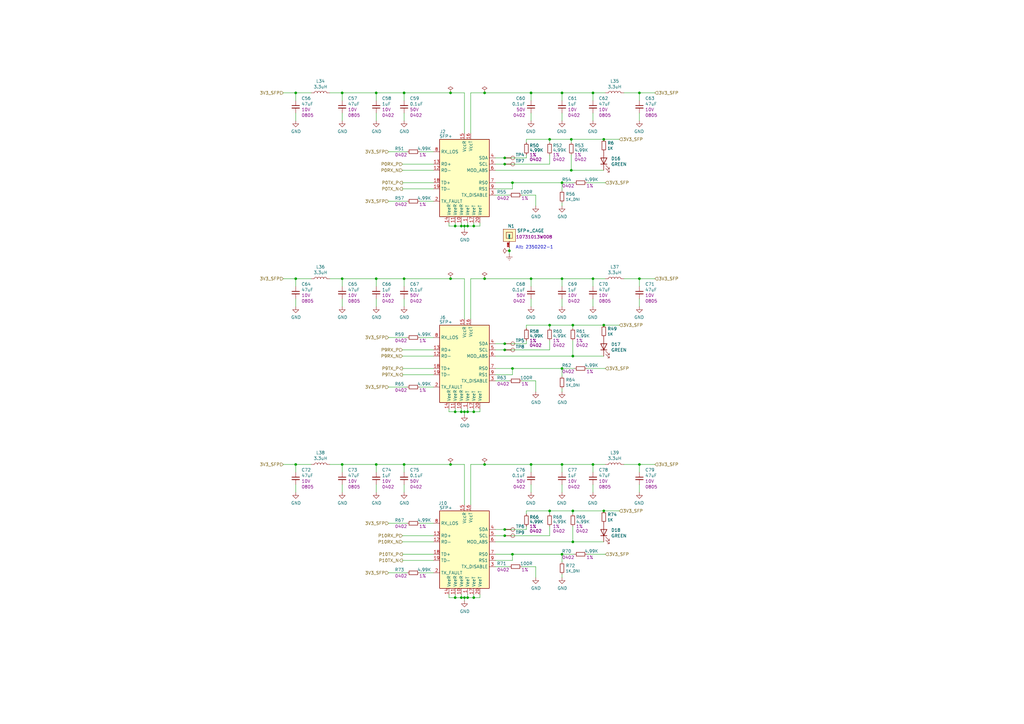
<source format=kicad_sch>
(kicad_sch (version 20211123) (generator eeschema)
  (paper "A3")
  (title_block (title "UbiConn") (date "2023-01-21") (rev "A"))
  (junction (at 217.805 114.3))
  (junction (at 243.205 190.5))
  (junction (at 140.335 114.3))
  (junction (at 230.505 74.93))
  (junction (at 207.01 67.31))
  (junction (at 210.185 74.93))
  (junction (at 154.305 190.5))
  (junction (at 165.735 38.1))
  (junction (at 210.185 151.13))
  (junction (at 230.505 227.33))
  (junction (at 230.505 151.13))
  (junction (at 190.5 168.91))
  (junction (at 165.735 114.3))
  (junction (at 247.65 133.35))
  (junction (at 184.785 114.3))
  (junction (at 230.505 38.1))
  (junction (at 208.915 102.87))
  (junction (at 234.95 146.05))
  (junction (at 234.95 133.35))
  (junction (at 190.5 92.71))
  (junction (at 234.315 57.15))
  (junction (at 140.335 38.1))
  (junction (at 207.01 217.17))
  (junction (at 262.255 190.5))
  (junction (at 262.255 38.1))
  (junction (at 198.755 114.3))
  (junction (at 140.335 190.5))
  (junction (at 189.23 92.71))
  (junction (at 230.505 114.3))
  (junction (at 194.31 245.11))
  (junction (at 184.785 190.5))
  (junction (at 121.285 190.5))
  (junction (at 234.95 222.25))
  (junction (at 243.205 114.3))
  (junction (at 194.31 92.71))
  (junction (at 194.31 168.91))
  (junction (at 186.69 245.11))
  (junction (at 198.755 190.5))
  (junction (at 234.95 209.55))
  (junction (at 207.01 140.97))
  (junction (at 186.69 168.91))
  (junction (at 154.305 114.3))
  (junction (at 225.425 57.15))
  (junction (at 189.23 168.91))
  (junction (at 191.77 92.71))
  (junction (at 186.69 92.71))
  (junction (at 234.315 69.85))
  (junction (at 198.755 38.1))
  (junction (at 230.505 190.5))
  (junction (at 191.77 245.11))
  (junction (at 247.65 209.55))
  (junction (at 207.01 143.51))
  (junction (at 190.5 245.11))
  (junction (at 243.205 38.1))
  (junction (at 262.255 114.3))
  (junction (at 225.425 209.55))
  (junction (at 225.425 133.35))
  (junction (at 154.305 38.1))
  (junction (at 121.285 38.1))
  (junction (at 191.77 168.91))
  (junction (at 165.735 190.5))
  (junction (at 217.805 190.5))
  (junction (at 217.805 38.1))
  (junction (at 189.23 245.11))
  (junction (at 207.01 219.71))
  (junction (at 210.185 227.33))
  (junction (at 184.785 38.1))
  (junction (at 247.65 57.15))
  (junction (at 121.285 114.3))
  (junction (at 207.01 64.77))
  (wire (pts (xy 243.205 41.275) (xy 243.205 38.1)))
  (wire (pts (xy 203.2 74.93) (xy 210.185 74.93)))
  (wire (pts (xy 189.23 167.64) (xy 189.23 168.91)))
  (wire (pts (xy 217.805 117.475) (xy 217.805 114.3)))
  (wire (pts (xy 262.255 190.5) (xy 268.605 190.5)))
  (wire (pts (xy 193.04 130.81) (xy 193.04 114.3)))
  (wire (pts (xy 165.735 190.5) (xy 184.785 190.5)))
  (wire (pts (xy 165.735 38.1) (xy 184.785 38.1)))
  (wire (pts (xy 230.505 125.73) (xy 230.505 122.555)))
  (wire (pts (xy 172.085 234.95) (xy 177.8 234.95)))
  (wire (pts (xy 165.735 41.275) (xy 165.735 38.1)))
  (wire (pts (xy 198.755 38.1) (xy 193.04 38.1)))
  (wire (pts (xy 262.255 46.355) (xy 262.255 49.53)))
  (wire (pts (xy 230.505 41.275) (xy 230.505 38.1)))
  (wire (pts (xy 243.205 46.355) (xy 243.205 49.53)))
  (wire (pts (xy 230.505 74.93) (xy 235.585 74.93)))
  (wire (pts (xy 230.505 83.185) (xy 230.505 84.455)))
  (wire (pts (xy 190.5 92.71) (xy 191.77 92.71)))
  (wire (pts (xy 177.8 153.67) (xy 165.1 153.67)))
  (wire (pts (xy 225.425 209.55) (xy 234.95 209.55)))
  (wire (pts (xy 203.2 67.31) (xy 207.01 67.31)))
  (wire (pts (xy 190.5 92.71) (xy 190.5 93.98)))
  (wire (pts (xy 172.085 214.63) (xy 177.8 214.63)))
  (wire (pts (xy 215.9 58.42) (xy 215.9 57.15)))
  (wire (pts (xy 135.255 114.3) (xy 140.335 114.3)))
  (wire (pts (xy 159.385 62.23) (xy 167.005 62.23)))
  (wire (pts (xy 210.185 77.47) (xy 210.185 74.93)))
  (wire (pts (xy 215.9 57.15) (xy 225.425 57.15)))
  (wire (pts (xy 194.31 245.11) (xy 196.85 245.11)))
  (wire (pts (xy 140.335 38.1) (xy 154.305 38.1)))
  (wire (pts (xy 172.085 158.75) (xy 177.8 158.75)))
  (wire (pts (xy 230.505 78.105) (xy 230.505 74.93)))
  (wire (pts (xy 196.85 245.11) (xy 196.85 243.84)))
  (wire (pts (xy 208.915 102.87) (xy 208.915 104.14)))
  (wire (pts (xy 234.315 69.85) (xy 247.65 69.85)))
  (wire (pts (xy 234.315 69.85) (xy 234.315 63.5)))
  (wire (pts (xy 225.425 57.15) (xy 234.315 57.15)))
  (wire (pts (xy 190.5 38.1) (xy 190.5 54.61)))
  (wire (pts (xy 184.15 245.11) (xy 186.69 245.11)))
  (wire (pts (xy 219.71 236.855) (xy 219.71 232.41)))
  (wire (pts (xy 186.69 92.71) (xy 189.23 92.71)))
  (wire (pts (xy 207.01 67.31) (xy 225.425 67.31)))
  (wire (pts (xy 184.15 167.64) (xy 184.15 168.91)))
  (wire (pts (xy 234.95 209.55) (xy 247.65 209.55)))
  (wire (pts (xy 121.285 114.3) (xy 127.635 114.3)))
  (wire (pts (xy 247.65 133.35) (xy 254 133.35)))
  (wire (pts (xy 189.23 245.11) (xy 190.5 245.11)))
  (wire (pts (xy 189.23 168.91) (xy 190.5 168.91)))
  (wire (pts (xy 225.425 67.31) (xy 225.425 63.5)))
  (wire (pts (xy 262.255 114.3) (xy 255.905 114.3)))
  (wire (pts (xy 135.255 190.5) (xy 140.335 190.5)))
  (wire (pts (xy 154.305 190.5) (xy 165.735 190.5)))
  (wire (pts (xy 190.5 245.11) (xy 190.5 246.38)))
  (wire (pts (xy 230.505 227.33) (xy 235.585 227.33)))
  (wire (pts (xy 203.2 143.51) (xy 207.01 143.51)))
  (wire (pts (xy 121.285 38.1) (xy 127.635 38.1)))
  (wire (pts (xy 215.9 63.5) (xy 215.9 64.77)))
  (wire (pts (xy 190.5 114.3) (xy 190.5 130.81)))
  (wire (pts (xy 262.255 122.555) (xy 262.255 125.73)))
  (wire (pts (xy 121.285 198.755) (xy 121.285 201.93)))
  (wire (pts (xy 121.285 193.675) (xy 121.285 190.5)))
  (wire (pts (xy 225.425 219.71) (xy 225.425 215.9)))
  (wire (pts (xy 165.735 46.355) (xy 165.735 49.53)))
  (wire (pts (xy 194.31 243.84) (xy 194.31 245.11)))
  (wire (pts (xy 190.5 168.91) (xy 191.77 168.91)))
  (wire (pts (xy 208.915 80.01) (xy 203.2 80.01)))
  (wire (pts (xy 194.31 92.71) (xy 196.85 92.71)))
  (wire (pts (xy 210.185 153.67) (xy 210.185 151.13)))
  (wire (pts (xy 217.805 46.355) (xy 217.805 49.53)))
  (wire (pts (xy 177.8 146.05) (xy 165.1 146.05)))
  (wire (pts (xy 203.2 219.71) (xy 207.01 219.71)))
  (wire (pts (xy 207.01 140.97) (xy 215.9 140.97)))
  (wire (pts (xy 243.205 122.555) (xy 243.205 125.73)))
  (wire (pts (xy 140.335 193.675) (xy 140.335 190.5)))
  (wire (pts (xy 186.69 243.84) (xy 186.69 245.11)))
  (wire (pts (xy 215.9 209.55) (xy 225.425 209.55)))
  (wire (pts (xy 165.735 198.755) (xy 165.735 201.93)))
  (wire (pts (xy 189.23 243.84) (xy 189.23 245.11)))
  (wire (pts (xy 159.385 234.95) (xy 167.005 234.95)))
  (wire (pts (xy 207.01 143.51) (xy 225.425 143.51)))
  (wire (pts (xy 248.285 74.93) (xy 240.665 74.93)))
  (wire (pts (xy 248.285 114.3) (xy 243.205 114.3)))
  (wire (pts (xy 243.205 38.1) (xy 230.505 38.1)))
  (wire (pts (xy 177.8 69.85) (xy 165.1 69.85)))
  (wire (pts (xy 191.77 243.84) (xy 191.77 245.11)))
  (wire (pts (xy 234.95 146.05) (xy 247.65 146.05)))
  (wire (pts (xy 191.77 91.44) (xy 191.77 92.71)))
  (wire (pts (xy 121.285 41.275) (xy 121.285 38.1)))
  (wire (pts (xy 219.71 156.21) (xy 213.995 156.21)))
  (wire (pts (xy 116.205 190.5) (xy 121.285 190.5)))
  (wire (pts (xy 262.255 114.3) (xy 268.605 114.3)))
  (wire (pts (xy 121.285 190.5) (xy 127.635 190.5)))
  (wire (pts (xy 154.305 38.1) (xy 165.735 38.1)))
  (wire (pts (xy 262.255 190.5) (xy 255.905 190.5)))
  (wire (pts (xy 230.505 38.1) (xy 217.805 38.1)))
  (wire (pts (xy 177.8 227.33) (xy 165.1 227.33)))
  (wire (pts (xy 234.95 210.82) (xy 234.95 209.55)))
  (wire (pts (xy 217.805 41.275) (xy 217.805 38.1)))
  (wire (pts (xy 230.505 235.585) (xy 230.505 236.855)))
  (wire (pts (xy 247.65 57.15) (xy 254 57.15)))
  (wire (pts (xy 217.805 198.755) (xy 217.805 201.93)))
  (wire (pts (xy 215.9 140.97) (xy 215.9 139.7)))
  (wire (pts (xy 234.95 146.05) (xy 234.95 139.7)))
  (wire (pts (xy 203.2 227.33) (xy 210.185 227.33)))
  (wire (pts (xy 184.785 190.5) (xy 190.5 190.5)))
  (wire (pts (xy 190.5 168.91) (xy 190.5 170.18)))
  (wire (pts (xy 225.425 133.35) (xy 234.95 133.35)))
  (wire (pts (xy 184.15 243.84) (xy 184.15 245.11)))
  (wire (pts (xy 193.04 207.01) (xy 193.04 190.5)))
  (wire (pts (xy 217.805 122.555) (xy 217.805 125.73)))
  (wire (pts (xy 225.425 210.82) (xy 225.425 209.55)))
  (wire (pts (xy 203.2 64.77) (xy 207.01 64.77)))
  (wire (pts (xy 159.385 158.75) (xy 167.005 158.75)))
  (wire (pts (xy 230.505 117.475) (xy 230.505 114.3)))
  (wire (pts (xy 217.805 190.5) (xy 198.755 190.5)))
  (wire (pts (xy 215.9 210.82) (xy 215.9 209.55)))
  (wire (pts (xy 140.335 41.275) (xy 140.335 38.1)))
  (wire (pts (xy 154.305 41.275) (xy 154.305 38.1)))
  (wire (pts (xy 172.085 138.43) (xy 177.8 138.43)))
  (wire (pts (xy 234.315 58.42) (xy 234.315 57.15)))
  (wire (pts (xy 154.305 117.475) (xy 154.305 114.3)))
  (wire (pts (xy 225.425 58.42) (xy 225.425 57.15)))
  (wire (pts (xy 262.255 117.475) (xy 262.255 114.3)))
  (wire (pts (xy 262.255 38.1) (xy 255.905 38.1)))
  (wire (pts (xy 165.735 122.555) (xy 165.735 125.73)))
  (wire (pts (xy 219.71 80.01) (xy 213.995 80.01)))
  (wire (pts (xy 217.805 38.1) (xy 198.755 38.1)))
  (wire (pts (xy 243.205 114.3) (xy 230.505 114.3)))
  (wire (pts (xy 248.285 227.33) (xy 240.665 227.33)))
  (wire (pts (xy 207.01 217.17) (xy 215.9 217.17)))
  (wire (pts (xy 159.385 138.43) (xy 167.005 138.43)))
  (wire (pts (xy 203.2 151.13) (xy 210.185 151.13)))
  (wire (pts (xy 154.305 122.555) (xy 154.305 125.73)))
  (wire (pts (xy 154.305 193.675) (xy 154.305 190.5)))
  (wire (pts (xy 116.205 38.1) (xy 121.285 38.1)))
  (wire (pts (xy 172.085 62.23) (xy 177.8 62.23)))
  (wire (pts (xy 198.755 190.5) (xy 193.04 190.5)))
  (wire (pts (xy 140.335 198.755) (xy 140.335 201.93)))
  (wire (pts (xy 165.735 117.475) (xy 165.735 114.3)))
  (wire (pts (xy 210.185 229.87) (xy 210.185 227.33)))
  (wire (pts (xy 121.285 117.475) (xy 121.285 114.3)))
  (wire (pts (xy 191.77 92.71) (xy 194.31 92.71)))
  (wire (pts (xy 140.335 190.5) (xy 154.305 190.5)))
  (wire (pts (xy 225.425 134.62) (xy 225.425 133.35)))
  (wire (pts (xy 234.95 222.25) (xy 247.65 222.25)))
  (wire (pts (xy 230.505 154.305) (xy 230.505 151.13)))
  (wire (pts (xy 230.505 201.93) (xy 230.505 198.755)))
  (wire (pts (xy 154.305 114.3) (xy 165.735 114.3)))
  (wire (pts (xy 225.425 143.51) (xy 225.425 139.7)))
  (wire (pts (xy 230.505 193.675) (xy 230.505 190.5)))
  (wire (pts (xy 219.71 160.655) (xy 219.71 156.21)))
  (wire (pts (xy 210.185 151.13) (xy 230.505 151.13)))
  (wire (pts (xy 193.04 54.61) (xy 193.04 38.1)))
  (wire (pts (xy 247.65 209.55) (xy 254 209.55)))
  (wire (pts (xy 234.95 133.35) (xy 247.65 133.35)))
  (wire (pts (xy 203.2 222.25) (xy 234.95 222.25)))
  (wire (pts (xy 230.505 151.13) (xy 235.585 151.13)))
  (wire (pts (xy 184.15 168.91) (xy 186.69 168.91)))
  (wire (pts (xy 243.205 193.675) (xy 243.205 190.5)))
  (wire (pts (xy 184.15 91.44) (xy 184.15 92.71)))
  (wire (pts (xy 243.205 190.5) (xy 230.505 190.5)))
  (wire (pts (xy 217.805 193.675) (xy 217.805 190.5)))
  (wire (pts (xy 159.385 214.63) (xy 167.005 214.63)))
  (wire (pts (xy 196.85 168.91) (xy 196.85 167.64)))
  (wire (pts (xy 186.69 91.44) (xy 186.69 92.71)))
  (wire (pts (xy 203.2 217.17) (xy 207.01 217.17)))
  (wire (pts (xy 140.335 46.355) (xy 140.335 49.53)))
  (wire (pts (xy 230.505 190.5) (xy 217.805 190.5)))
  (wire (pts (xy 230.505 114.3) (xy 217.805 114.3)))
  (wire (pts (xy 248.285 151.13) (xy 240.665 151.13)))
  (wire (pts (xy 215.9 217.17) (xy 215.9 215.9)))
  (wire (pts (xy 230.505 49.53) (xy 230.505 46.355)))
  (wire (pts (xy 203.2 229.87) (xy 210.185 229.87)))
  (wire (pts (xy 203.2 146.05) (xy 234.95 146.05)))
  (wire (pts (xy 196.85 92.71) (xy 196.85 91.44)))
  (wire (pts (xy 190.5 245.11) (xy 191.77 245.11)))
  (wire (pts (xy 186.69 167.64) (xy 186.69 168.91)))
  (wire (pts (xy 177.8 143.51) (xy 165.1 143.51)))
  (wire (pts (xy 184.15 92.71) (xy 186.69 92.71)))
  (wire (pts (xy 203.2 69.85) (xy 234.315 69.85)))
  (wire (pts (xy 207.01 219.71) (xy 225.425 219.71)))
  (wire (pts (xy 210.185 74.93) (xy 230.505 74.93)))
  (wire (pts (xy 219.71 232.41) (xy 213.995 232.41)))
  (wire (pts (xy 189.23 92.71) (xy 190.5 92.71)))
  (wire (pts (xy 207.01 64.77) (xy 215.9 64.77)))
  (wire (pts (xy 121.285 46.355) (xy 121.285 49.53)))
  (wire (pts (xy 177.8 77.47) (xy 165.1 77.47)))
  (wire (pts (xy 165.735 114.3) (xy 184.785 114.3)))
  (wire (pts (xy 262.255 41.275) (xy 262.255 38.1)))
  (wire (pts (xy 203.2 153.67) (xy 210.185 153.67)))
  (wire (pts (xy 177.8 222.25) (xy 165.1 222.25)))
  (wire (pts (xy 230.505 230.505) (xy 230.505 227.33)))
  (wire (pts (xy 190.5 190.5) (xy 190.5 207.01)))
  (wire (pts (xy 186.69 168.91) (xy 189.23 168.91)))
  (wire (pts (xy 194.31 168.91) (xy 196.85 168.91)))
  (wire (pts (xy 154.305 46.355) (xy 154.305 49.53)))
  (wire (pts (xy 208.915 101.6) (xy 208.915 102.87)))
  (wire (pts (xy 159.385 82.55) (xy 167.005 82.55)))
  (wire (pts (xy 219.71 84.455) (xy 219.71 80.01)))
  (wire (pts (xy 121.285 122.555) (xy 121.285 125.73)))
  (wire (pts (xy 248.285 190.5) (xy 243.205 190.5)))
  (wire (pts (xy 140.335 117.475) (xy 140.335 114.3)))
  (wire (pts (xy 208.915 232.41) (xy 203.2 232.41)))
  (wire (pts (xy 140.335 122.555) (xy 140.335 125.73)))
  (wire (pts (xy 217.805 114.3) (xy 198.755 114.3)))
  (wire (pts (xy 208.915 156.21) (xy 203.2 156.21)))
  (wire (pts (xy 191.77 245.11) (xy 194.31 245.11)))
  (wire (pts (xy 248.285 38.1) (xy 243.205 38.1)))
  (wire (pts (xy 203.2 77.47) (xy 210.185 77.47)))
  (wire (pts (xy 215.9 133.35) (xy 225.425 133.35)))
  (wire (pts (xy 191.77 168.91) (xy 194.31 168.91)))
  (wire (pts (xy 210.185 227.33) (xy 230.505 227.33)))
  (wire (pts (xy 194.31 167.64) (xy 194.31 168.91)))
  (wire (pts (xy 262.255 38.1) (xy 268.605 38.1)))
  (wire (pts (xy 215.9 134.62) (xy 215.9 133.35)))
  (wire (pts (xy 243.205 117.475) (xy 243.205 114.3)))
  (wire (pts (xy 177.8 229.87) (xy 165.1 229.87)))
  (wire (pts (xy 234.95 134.62) (xy 234.95 133.35)))
  (wire (pts (xy 230.505 159.385) (xy 230.505 160.655)))
  (wire (pts (xy 154.305 198.755) (xy 154.305 201.93)))
  (wire (pts (xy 165.735 193.675) (xy 165.735 190.5)))
  (wire (pts (xy 172.085 82.55) (xy 177.8 82.55)))
  (wire (pts (xy 116.205 114.3) (xy 121.285 114.3)))
  (wire (pts (xy 140.335 114.3) (xy 154.305 114.3)))
  (wire (pts (xy 186.69 245.11) (xy 189.23 245.11)))
  (wire (pts (xy 243.205 198.755) (xy 243.205 201.93)))
  (wire (pts (xy 191.77 167.64) (xy 191.77 168.91)))
  (wire (pts (xy 194.31 91.44) (xy 194.31 92.71)))
  (wire (pts (xy 234.95 222.25) (xy 234.95 215.9)))
  (wire (pts (xy 184.785 38.1) (xy 190.5 38.1)))
  (wire (pts (xy 184.785 114.3) (xy 190.5 114.3)))
  (wire (pts (xy 262.255 193.675) (xy 262.255 190.5)))
  (wire (pts (xy 177.8 74.93) (xy 165.1 74.93)))
  (wire (pts (xy 177.8 151.13) (xy 165.1 151.13)))
  (wire (pts (xy 262.255 198.755) (xy 262.255 201.93)))
  (wire (pts (xy 177.8 67.31) (xy 165.1 67.31)))
  (wire (pts (xy 234.315 57.15) (xy 247.65 57.15)))
  (wire (pts (xy 135.255 38.1) (xy 140.335 38.1)))
  (wire (pts (xy 203.2 140.97) (xy 207.01 140.97)))
  (wire (pts (xy 189.23 91.44) (xy 189.23 92.71)))
  (wire (pts (xy 177.8 219.71) (xy 165.1 219.71)))
  (wire (pts (xy 198.755 114.3) (xy 193.04 114.3)))
  (text "Alt: 2350202-1" (at 211.455 102.235 0) (effects (font (size 1.27 1.27)) (justify left bottom)))
  (hierarchical_label "P10TX_N" (shape output) (at 165.1 229.87 180))
  (hierarchical_label "P10TX_P" (shape output) (at 165.1 227.33 180))
  (hierarchical_label "3V3_SFP" (shape input) (at 159.385 214.63 180))
  (hierarchical_label "3V3_SFP" (shape input) (at 268.605 38.1 0))
  (hierarchical_label "P9RX_P" (shape input) (at 165.1 143.51 180))
  (hierarchical_label "3V3_SFP" (shape input) (at 254 209.55 0))
  (hierarchical_label "P0RX_N" (shape input) (at 165.1 69.85 180))
  (hierarchical_label "3V3_SFP" (shape input) (at 116.205 114.3 180))
  (hierarchical_label "P9RX_N" (shape input) (at 165.1 146.05 180))
  (hierarchical_label "3V3_SFP" (shape input) (at 248.285 74.93 0))
  (hierarchical_label "3V3_SFP" (shape input) (at 254 57.15 0))
  (hierarchical_label "3V3_SFP" (shape input) (at 159.385 158.75 180))
  (hierarchical_label "3V3_SFP" (shape input) (at 116.205 190.5 180))
  (hierarchical_label "P10RX_N" (shape input) (at 165.1 222.25 180))
  (hierarchical_label "P9TX_P" (shape output) (at 165.1 151.13 180))
  (hierarchical_label "3V3_SFP" (shape input) (at 159.385 82.55 180))
  (hierarchical_label "P0TX_P" (shape output) (at 165.1 74.93 180))
  (hierarchical_label "3V3_SFP" (shape input) (at 159.385 138.43 180))
  (hierarchical_label "3V3_SFP" (shape input) (at 268.605 190.5 0))
  (hierarchical_label "P0TX_N" (shape output) (at 165.1 77.47 180))
  (hierarchical_label "3V3_SFP" (shape input) (at 159.385 62.23 180))
  (hierarchical_label "P10RX_P" (shape input) (at 165.1 219.71 180))
  (hierarchical_label "3V3_SFP" (shape input) (at 248.285 151.13 0))
  (hierarchical_label "P9TX_N" (shape output) (at 165.1 153.67 180))
  (hierarchical_label "3V3_SFP" (shape input) (at 248.285 227.33 0))
  (hierarchical_label "3V3_SFP" (shape input) (at 116.205 38.1 180))
  (hierarchical_label "3V3_SFP" (shape input) (at 254 133.35 0))
  (hierarchical_label "3V3_SFP" (shape input) (at 268.605 114.3 0))
  (hierarchical_label "3V3_SFP" (shape input) (at 159.385 234.95 180))
  (hierarchical_label "P0RX_P" (shape input) (at 165.1 67.31 180))
  (symbol (lib_id "Kpk:SFP+") (at 190.5 72.39 0) (mirror y)
    (property "Reference" "J2" (at 181.61 53.975 0))
    (property "Value" "SFP+" (at 182.88 55.88 0))
    (property "Footprint" "Kpk:Connector_SFP" (effects hide))
    (property "Datasheet" "https://members.snia.org/document/dl/25892" (effects hide))
    (property "Cost @ 100pcs" "0.3771" (effects hide))
    (property "Cost @10pcs" "0.5378" (effects hide))
    (property "Description" "CONN SFP+ RCPT 20POS SLD R/A SMD" (effects hide))
    (property "MPN" "0744410001" (effects hide))
    (property "MPN if populated" "0744410001" (effects hide))
    (property "Manufacturer " "Molex" (effects hide))
    (property "Supplier 1" "LCSC" (effects hide))
    (property "LCSC#" "C277615" (effects hide))
    (property "Operating Temperature" "-40°C ~ 85°C" (effects hide))
  )
  (symbol (lib_id "Device:L") (at 131.445 38.1 90)
    (property "Reference" "L34" (at 131.445 33.274 90))
    (property "Value" "3.3uH" (at 131.445 35.5854 90))
    (property "Footprint" "Inductor_SMD:L_1008_2520Metric" (effects hide))
    (property "Cost @ 100pcs" "0.0942" (effects hide))
    (property "Cost @10pcs" "0.1158" (effects hide))
    (property "Description" "FIXED IND 3.3UH 1.8A 135MOHM SMD" (effects hide))
    (property "MPN" "DFE252012F-3R3M=P2" (effects hide))
    (property "MPN if populated" "DFE252012F-3R3M=P2" (effects hide))
    (property "Manufacturer " "Murata Electronics" (effects hide))
    (property "Operating Temperature" "-40°C ~ 125°C" (effects hide))
    (property "Supplier 1" "LCSC" (effects hide))
    (property "LCSC#" "C2041573" (effects hide))
  )
  (symbol (lib_id "power:GND") (at 121.285 49.53 0)
    (property "Reference" "#PWR029" (effects hide))
    (property "Value" "GND" (at 121.412 53.9242 0))
  )
  (symbol (lib_id "power:GND") (at 140.335 49.53 0)
    (property "Reference" "#PWR030" (effects hide))
    (property "Value" "GND" (at 140.462 53.9242 0))
  )
  (symbol (lib_id "Device:C_Small") (at 165.735 43.815 180)
    (property "Reference" "C59" (at 168.0718 40.3352 0) (effects (justify right)))
    (property "Value" "0.1uF" (at 168.0718 42.6466 0) (effects (justify right)))
    (property "Footprint" "Kpk:C_0402_Small" (effects hide))
    (property "MPN" "GRM155R71H104KE14J" (effects hide))
    (property "Voltage Rating" "50V" (at 168.0718 44.958 0) (effects (justify right)))
    (property "LCSC#" "C85858" (effects hide))
    (property "Cost @ 100pcs" "0.0117" (effects hide))
    (property "MPN if populated" "GRM155R71H104KE14J" (effects hide))
    (property "Manufacturer " "Murata Electronics" (effects hide))
    (property "Description" "CAP CER 0.1UF 50V X7R 0402" (effects hide))
    (property "Operating Temperature" "-55°C ~ 125°C" (effects hide))
    (property "Cost @10pcs" "0.0117" (effects hide))
    (property "Supplier 1" "LCSC" (effects hide))
    (property "Package" "0402" (at 168.0718 47.2694 0) (effects (justify right)))
  )
  (symbol (lib_id "power:GND") (at 165.735 49.53 0)
    (property "Reference" "#PWR032" (effects hide))
    (property "Value" "GND" (at 165.862 53.9242 0))
  )
  (symbol (lib_id "Device:L") (at 252.095 38.1 270) (mirror x)
    (property "Reference" "L35" (at 252.095 33.274 90))
    (property "Value" "3.3uH" (at 252.095 35.5854 90))
    (property "Footprint" "Inductor_SMD:L_1008_2520Metric" (effects hide))
    (property "Cost @ 100pcs" "0.0942" (effects hide))
    (property "Cost @10pcs" "0.1158" (effects hide))
    (property "Description" "FIXED IND 3.3UH 1.8A 135MOHM SMD" (effects hide))
    (property "MPN" "DFE252012F-3R3M=P2" (effects hide))
    (property "MPN if populated" "DFE252012F-3R3M=P2" (effects hide))
    (property "Manufacturer " "Murata Electronics" (effects hide))
    (property "Operating Temperature" "-40°C ~ 125°C" (effects hide))
    (property "Supplier 1" "LCSC" (effects hide))
    (property "LCSC#" "C2041573" (effects hide))
  )
  (symbol (lib_id "Device:C_Small") (at 262.255 43.815 0) (mirror y)
    (property "Reference" "C63" (at 264.5918 40.3352 0) (effects (justify right)))
    (property "Value" "47uF" (at 264.5918 42.6466 0) (effects (justify right)))
    (property "Footprint" "Capacitor_SMD:C_0805_2012Metric" (effects hide))
    (property "MPN" "C2012X5R1A476MTJ00E" (effects hide))
    (property "Voltage Rating" "10V" (at 264.5918 44.958 0) (effects (justify right)))
    (property "LCSC#" "C76636" (effects hide))
    (property "Cost @ 100pcs" "0.1599" (effects hide))
    (property "MPN if populated" "C2012X5R1A476MTJ00E" (effects hide))
    (property "Manufacturer " "TDK" (effects hide))
    (property "Description" "CAP CER 47UF 10V X5R 0805" (effects hide))
    (property "Operating Temperature" "-55°C ~ 85°C" (effects hide))
    (property "Cost @10pcs" "0.1599" (effects hide))
    (property "Supplier 1" "LCSC" (effects hide))
    (property "Package" "0805" (at 264.5918 47.2694 0) (effects (justify right)))
  )
  (symbol (lib_id "power:GND") (at 262.255 49.53 0) (mirror y)
    (property "Reference" "#PWR040" (effects hide))
    (property "Value" "GND" (at 262.128 53.9242 0))
  )
  (symbol (lib_id "power:GND") (at 243.205 49.53 0) (mirror y)
    (property "Reference" "#PWR035" (effects hide))
    (property "Value" "GND" (at 243.078 53.9242 0))
  )
  (symbol (lib_id "Device:C_Small") (at 217.805 43.815 0) (mirror x)
    (property "Reference" "C60" (at 215.4936 40.3352 0) (effects (justify right)))
    (property "Value" "0.1uF" (at 215.4936 42.6466 0) (effects (justify right)))
    (property "Footprint" "Kpk:C_0402_Small" (effects hide))
    (property "MPN" "GRM155R71H104KE14J" (effects hide))
    (property "Voltage Rating" "50V" (at 215.4936 44.958 0) (effects (justify right)))
    (property "LCSC#" "C85858" (effects hide))
    (property "Cost @ 100pcs" "0.0117" (effects hide))
    (property "MPN if populated" "GRM155R71H104KE14J" (effects hide))
    (property "Manufacturer " "Murata Electronics" (effects hide))
    (property "Description" "CAP CER 0.1UF 50V X7R 0402" (effects hide))
    (property "Operating Temperature" "-55°C ~ 125°C" (effects hide))
    (property "Cost @10pcs" "0.0117" (effects hide))
    (property "Supplier 1" "LCSC" (effects hide))
    (property "Package" "0402" (at 215.4936 47.2694 0) (effects (justify right)))
  )
  (symbol (lib_id "power:GND") (at 217.805 49.53 0) (mirror y)
    (property "Reference" "#PWR033" (effects hide))
    (property "Value" "GND" (at 217.678 53.9242 0))
  )
  (symbol (lib_id "Device:R_Small") (at 169.545 62.23 270) (mirror x)
    (property "Reference" "R51" (at 163.83 60.96 90))
    (property "Value" "4.99K" (at 173.99 60.96 90))
    (property "Footprint" "Resistor_SMD:R_0402_1005Metric" (effects hide))
    (property "MPN" "RC0402FR-074K99L" (effects hide))
    (property "LCSC#" "C137965" (effects hide))
    (property "Tolerance" "1%" (at 173.355 63.5 90))
    (property "MPN if populated" "RC0402FR-074K99L" (effects hide))
    (property "Cost @ 100pcs" "0.0007" (effects hide))
    (property "Manufacturer " "Yageo" (effects hide))
    (property "Description" "RES 4.99K OHM 1% 1/16W 0402" (effects hide))
    (property "Operating Temperature" "-55°C ~ 155°C" (effects hide))
    (property "Cost @10pcs" "0.0007" (effects hide))
    (property "Supplier 1" "LCSC" (effects hide))
    (property "Package" "0402" (at 164.465 63.5 90))
  )
  (symbol (lib_id "power:GND") (at 190.5 93.98 0)
    (property "Reference" "#PWR042" (effects hide))
    (property "Value" "GND" (at 190.627 98.3742 0))
  )
  (symbol (lib_id "Device:R_Small") (at 169.545 82.55 270) (mirror x)
    (property "Reference" "R57" (at 163.83 81.28 90))
    (property "Value" "4.99K" (at 173.99 81.28 90))
    (property "Footprint" "Resistor_SMD:R_0402_1005Metric" (effects hide))
    (property "MPN" "RC0402FR-074K99L" (effects hide))
    (property "LCSC#" "C137965" (effects hide))
    (property "Tolerance" "1%" (at 173.355 83.82 90))
    (property "MPN if populated" "RC0402FR-074K99L" (effects hide))
    (property "Cost @ 100pcs" "0.0007" (effects hide))
    (property "Manufacturer " "Yageo" (effects hide))
    (property "Description" "RES 4.99K OHM 1% 1/16W 0402" (effects hide))
    (property "Operating Temperature" "-55°C ~ 155°C" (effects hide))
    (property "Cost @10pcs" "0.0007" (effects hide))
    (property "Supplier 1" "LCSC" (effects hide))
    (property "Package" "0402" (at 164.465 83.82 90))
  )
  (symbol (lib_id "Device:R_Small") (at 211.455 80.01 270) (mirror x)
    (property "Reference" "R55" (at 205.74 78.74 90))
    (property "Value" "100R" (at 215.9 78.74 90))
    (property "Footprint" "Resistor_SMD:R_0402_1005Metric" (effects hide))
    (property "MPN" "RC0402FR-07100RL" (effects hide))
    (property "LCSC#" "C106232" (effects hide))
    (property "Tolerance" "1%" (at 215.265 81.28 90))
    (property "MPN if populated" "RC0402FR-07100RL" (effects hide))
    (property "Cost @ 100pcs" "0.0007" (effects hide))
    (property "Manufacturer " "Yageo" (effects hide))
    (property "Description" "RES 100 OHM 1% 1/16W 0402" (effects hide))
    (property "Operating Temperature" "-55°C ~ 155°C" (effects hide))
    (property "Cost @10pcs" "0.0007" (effects hide))
    (property "Supplier 1" "LCSC" (effects hide))
    (property "Package" "0402" (at 206.375 81.28 90))
  )
  (symbol (lib_id "Device:R_Small") (at 238.125 74.93 270) (mirror x)
    (property "Reference" "R54" (at 232.41 73.66 90))
    (property "Value" "4.99K" (at 242.57 73.66 90))
    (property "Footprint" "Resistor_SMD:R_0402_1005Metric" (effects hide))
    (property "MPN" "RC0402FR-074K99L" (effects hide))
    (property "LCSC#" "C137965" (effects hide))
    (property "Tolerance" "1%" (at 241.935 76.2 90))
    (property "MPN if populated" "RC0402FR-074K99L" (effects hide))
    (property "Cost @ 100pcs" "0.0007" (effects hide))
    (property "Manufacturer " "Yageo" (effects hide))
    (property "Description" "RES 4.99K OHM 1% 1/16W 0402" (effects hide))
    (property "Operating Temperature" "-55°C ~ 155°C" (effects hide))
    (property "Cost @10pcs" "0.0007" (effects hide))
    (property "Supplier 1" "LCSC" (effects hide))
    (property "Package" "0402" (at 233.045 76.2 90))
  )
  (symbol (lib_id "Device:R_Small") (at 230.505 80.645 180)
    (property "Reference" "R56" (at 232.0036 79.6036 0) (effects (justify right)))
    (property "Value" "1K_DNI" (at 232.0036 81.788 0) (effects (font (size 1.0922 1.0922)) (justify right)))
    (property "Footprint" "Resistor_SMD:R_0402_1005Metric" (effects hide))
    (property "MPN" "DNI" (effects hide))
    (property "MPN if populated" "RC0402FR-071KL" (effects hide))
  )
  (symbol (lib_id "power:GND") (at 230.505 84.455 0)
    (property "Reference" "#PWR041" (effects hide))
    (property "Value" "GND" (at 230.632 88.8492 0))
  )
  (symbol (lib_id "Device:R_Small") (at 215.9 60.96 0) (mirror y)
    (property "Reference" "R50" (at 217.17 59.69 0) (effects (justify right)))
    (property "Value" "4.99K" (at 217.17 61.595 0) (effects (justify right)))
    (property "Footprint" "Resistor_SMD:R_0402_1005Metric" (effects hide))
    (property "MPN" "RC0402FR-074K99L" (effects hide))
    (property "LCSC#" "C137965" (effects hide))
    (property "Tolerance" "1%" (at 217.17 63.5 0) (effects (justify right)))
    (property "MPN if populated" "RC0402FR-074K99L" (effects hide))
    (property "Cost @ 100pcs" "0.0007" (effects hide))
    (property "Manufacturer " "Yageo" (effects hide))
    (property "Description" "RES 4.99K OHM 1% 1/16W 0402" (effects hide))
    (property "Operating Temperature" "-55°C ~ 155°C" (effects hide))
    (property "Cost @10pcs" "0.0007" (effects hide))
    (property "Supplier 1" "LCSC" (effects hide))
    (property "Package" "0402" (at 217.17 65.405 0) (effects (justify right)))
  )
  (symbol (lib_id "Device:R_Small") (at 225.425 60.96 0) (mirror y)
    (property "Reference" "R52" (at 226.695 59.69 0) (effects (justify right)))
    (property "Value" "4.99K" (at 226.695 61.595 0) (effects (justify right)))
    (property "Footprint" "Resistor_SMD:R_0402_1005Metric" (effects hide))
    (property "MPN" "RC0402FR-074K99L" (effects hide))
    (property "LCSC#" "C137965" (effects hide))
    (property "Tolerance" "1%" (at 226.695 63.5 0) (effects (justify right)))
    (property "MPN if populated" "RC0402FR-074K99L" (effects hide))
    (property "Cost @ 100pcs" "0.0007" (effects hide))
    (property "Manufacturer " "Yageo" (effects hide))
    (property "Description" "RES 4.99K OHM 1% 1/16W 0402" (effects hide))
    (property "Operating Temperature" "-55°C ~ 155°C" (effects hide))
    (property "Cost @10pcs" "0.0007" (effects hide))
    (property "Supplier 1" "LCSC" (effects hide))
    (property "Package" "0402" (at 226.695 65.405 0) (effects (justify right)))
  )
  (symbol (lib_id "Device:C_Small") (at 154.305 43.815 180)
    (property "Reference" "C58" (at 156.6418 40.3352 0) (effects (justify right)))
    (property "Value" "1uF" (at 156.6418 42.6466 0) (effects (justify right)))
    (property "Footprint" "Kpk:C_0402_Small" (effects hide))
    (property "MPN" "GRM155C81A105KA12D" (effects hide))
    (property "Voltage Rating" "10V" (at 156.6418 44.958 0) (effects (justify right)))
    (property "LCSC#" "C162161" (effects hide))
    (property "Cost @ 100pcs" "0.0183" (effects hide))
    (property "MPN if populated" "GRM155C81A105KA12D" (effects hide))
    (property "Manufacturer " "Murata Electronics" (effects hide))
    (property "Description" "CAP CER 1UF 10V X6S 0402" (effects hide))
    (property "Operating Temperature" "-55°C ~ 105°C" (effects hide))
    (property "Cost @10pcs" "0.0183" (effects hide))
    (property "Supplier 1" "LCSC" (effects hide))
    (property "Package" "0402" (at 156.6418 47.2694 0) (effects (justify right)))
  )
  (symbol (lib_id "power:GND") (at 154.305 49.53 0)
    (property "Reference" "#PWR031" (effects hide))
    (property "Value" "GND" (at 154.432 53.9242 0))
  )
  (symbol (lib_id "Device:C_Small") (at 230.505 43.815 180)
    (property "Reference" "C61" (at 232.8418 40.3352 0) (effects (justify right)))
    (property "Value" "1uF" (at 232.8418 42.6466 0) (effects (justify right)))
    (property "Footprint" "Kpk:C_0402_Small" (effects hide))
    (property "MPN" "GRM155C81A105KA12D" (effects hide))
    (property "Voltage Rating" "10V" (at 232.8418 44.958 0) (effects (justify right)))
    (property "LCSC#" "C162161" (effects hide))
    (property "Cost @ 100pcs" "0.0183" (effects hide))
    (property "MPN if populated" "GRM155C81A105KA12D" (effects hide))
    (property "Manufacturer " "Murata Electronics" (effects hide))
    (property "Description" "CAP CER 1UF 10V X6S 0402" (effects hide))
    (property "Operating Temperature" "-55°C ~ 105°C" (effects hide))
    (property "Cost @10pcs" "0.0183" (effects hide))
    (property "Supplier 1" "LCSC" (effects hide))
    (property "Package" "0402" (at 232.8418 47.2694 0) (effects (justify right)))
  )
  (symbol (lib_id "power:GND") (at 230.505 49.53 0) (mirror y)
    (property "Reference" "#PWR034" (effects hide))
    (property "Value" "GND" (at 230.378 53.9242 0))
  )
  (symbol (lib_id "Device:C_Small") (at 243.205 43.815 0) (mirror y)
    (property "Reference" "C62" (at 245.5418 40.3352 0) (effects (justify right)))
    (property "Value" "47uF" (at 245.5418 42.6466 0) (effects (justify right)))
    (property "Footprint" "Capacitor_SMD:C_0805_2012Metric" (effects hide))
    (property "MPN" "C2012X5R1A476MTJ00E" (effects hide))
    (property "Voltage Rating" "10V" (at 245.5418 44.958 0) (effects (justify right)))
    (property "LCSC#" "C76636" (effects hide))
    (property "Cost @ 100pcs" "0.1599" (effects hide))
    (property "MPN if populated" "C2012X5R1A476MTJ00E" (effects hide))
    (property "Manufacturer " "TDK" (effects hide))
    (property "Description" "CAP CER 47UF 10V X5R 0805" (effects hide))
    (property "Operating Temperature" "-55°C ~ 85°C" (effects hide))
    (property "Cost @10pcs" "0.1599" (effects hide))
    (property "Supplier 1" "LCSC" (effects hide))
    (property "Package" "0805" (at 245.5418 47.2694 0) (effects (justify right)))
  )
  (symbol (lib_id "Device:C_Small") (at 140.335 43.815 0) (mirror y)
    (property "Reference" "C57" (at 142.6718 40.3352 0) (effects (justify right)))
    (property "Value" "47uF" (at 142.6718 42.6466 0) (effects (justify right)))
    (property "Footprint" "Capacitor_SMD:C_0805_2012Metric" (effects hide))
    (property "MPN" "C2012X5R1A476MTJ00E" (effects hide))
    (property "Voltage Rating" "10V" (at 142.6718 44.958 0) (effects (justify right)))
    (property "LCSC#" "C76636" (effects hide))
    (property "Cost @ 100pcs" "0.1599" (effects hide))
    (property "MPN if populated" "C2012X5R1A476MTJ00E" (effects hide))
    (property "Manufacturer " "TDK" (effects hide))
    (property "Description" "CAP CER 47UF 10V X5R 0805" (effects hide))
    (property "Operating Temperature" "-55°C ~ 85°C" (effects hide))
    (property "Cost @10pcs" "0.1599" (effects hide))
    (property "Supplier 1" "LCSC" (effects hide))
    (property "Package" "0805" (at 142.6718 47.2694 0) (effects (justify right)))
  )
  (symbol (lib_id "Device:C_Small") (at 121.285 43.815 0) (mirror y)
    (property "Reference" "C56" (at 123.6218 40.3352 0) (effects (justify right)))
    (property "Value" "47uF" (at 123.6218 42.6466 0) (effects (justify right)))
    (property "Footprint" "Capacitor_SMD:C_0805_2012Metric" (effects hide))
    (property "MPN" "C2012X5R1A476MTJ00E" (effects hide))
    (property "Voltage Rating" "10V" (at 123.6218 44.958 0) (effects (justify right)))
    (property "LCSC#" "C76636" (effects hide))
    (property "Cost @ 100pcs" "0.1599" (effects hide))
    (property "MPN if populated" "C2012X5R1A476MTJ00E" (effects hide))
    (property "Manufacturer " "TDK" (effects hide))
    (property "Description" "CAP CER 47UF 10V X5R 0805" (effects hide))
    (property "Operating Temperature" "-55°C ~ 85°C" (effects hide))
    (property "Cost @10pcs" "0.1599" (effects hide))
    (property "Supplier 1" "LCSC" (effects hide))
    (property "Package" "0805" (at 123.6218 47.2694 0) (effects (justify right)))
  )
  (symbol (lib_id "power:PWR_FLAG") (at 184.785 38.1 0)
    (property "Reference" "#FLG01" (effects hide))
    (property "Value" "PWR_FLAG" (effects hide))
  )
  (symbol (lib_id "power:PWR_FLAG") (at 198.755 38.1 0)
    (property "Reference" "#FLG02" (effects hide))
    (property "Value" "PWR_FLAG" (effects hide))
  )
  (symbol (lib_id "Device:R_Small") (at 234.315 60.96 0) (mirror y)
    (property "Reference" "R53" (at 235.585 59.69 0) (effects (justify right)))
    (property "Value" "4.99K" (at 235.585 61.595 0) (effects (justify right)))
    (property "Footprint" "Resistor_SMD:R_0402_1005Metric" (effects hide))
    (property "MPN" "RC0402FR-074K99L" (effects hide))
    (property "LCSC#" "C137965" (effects hide))
    (property "Tolerance" "1%" (at 235.585 63.5 0) (effects (justify right)))
    (property "MPN if populated" "RC0402FR-074K99L" (effects hide))
    (property "Cost @ 100pcs" "0.0007" (effects hide))
    (property "Manufacturer " "Yageo" (effects hide))
    (property "Description" "RES 4.99K OHM 1% 1/16W 0402" (effects hide))
    (property "Operating Temperature" "-55°C ~ 155°C" (effects hide))
    (property "Cost @10pcs" "0.0007" (effects hide))
    (property "Supplier 1" "LCSC" (effects hide))
    (property "Package" "0402" (at 235.585 65.405 0) (effects (justify right)))
  )
  (symbol (lib_id "Kpk:SFP+") (at 190.5 148.59 0) (mirror y)
    (property "Reference" "J6" (at 181.61 130.175 0))
    (property "Value" "SFP+" (at 182.88 132.08 0))
    (property "Footprint" "Kpk:Connector_SFP" (effects hide))
    (property "Datasheet" "https://members.snia.org/document/dl/25892" (effects hide))
    (property "Cost @ 100pcs" "0.3771" (effects hide))
    (property "Cost @10pcs" "0.5378" (effects hide))
    (property "Description" "CONN SFP+ RCPT 20POS SLD R/A SMD" (effects hide))
    (property "MPN" "0744410001" (effects hide))
    (property "MPN if populated" "0744410001" (effects hide))
    (property "Manufacturer " "Molex" (effects hide))
    (property "Supplier 1" "LCSC" (effects hide))
    (property "LCSC#" "C277615" (effects hide))
    (property "Operating Temperature" "-40°C ~ 85°C" (effects hide))
  )
  (symbol (lib_id "Device:L") (at 131.445 114.3 90)
    (property "Reference" "L36" (at 131.445 109.474 90))
    (property "Value" "3.3uH" (at 131.445 111.7854 90))
    (property "Footprint" "Inductor_SMD:L_1008_2520Metric" (effects hide))
    (property "Cost @ 100pcs" "0.0942" (effects hide))
    (property "Cost @10pcs" "0.1158" (effects hide))
    (property "Description" "FIXED IND 3.3UH 1.8A 135MOHM SMD" (effects hide))
    (property "MPN" "DFE252012F-3R3M=P2" (effects hide))
    (property "MPN if populated" "DFE252012F-3R3M=P2" (effects hide))
    (property "Manufacturer " "Murata Electronics" (effects hide))
    (property "Operating Temperature" "-40°C ~ 125°C" (effects hide))
    (property "Supplier 1" "LCSC" (effects hide))
    (property "LCSC#" "C2041573" (effects hide))
  )
  (symbol (lib_id "power:GND") (at 121.285 125.73 0)
    (property "Reference" "#PWR099" (effects hide))
    (property "Value" "GND" (at 121.412 130.1242 0))
  )
  (symbol (lib_id "power:GND") (at 140.335 125.73 0)
    (property "Reference" "#PWR0100" (effects hide))
    (property "Value" "GND" (at 140.462 130.1242 0))
  )
  (symbol (lib_id "Device:C_Small") (at 165.735 120.015 180)
    (property "Reference" "C67" (at 168.0718 116.5352 0) (effects (justify right)))
    (property "Value" "0.1uF" (at 168.0718 118.8466 0) (effects (justify right)))
    (property "Footprint" "Kpk:C_0402_Small" (effects hide))
    (property "MPN" "GRM155R71H104KE14J" (effects hide))
    (property "Voltage Rating" "50V" (at 168.0718 121.158 0) (effects (justify right)))
    (property "LCSC#" "C85858" (effects hide))
    (property "Cost @ 100pcs" "0.0117" (effects hide))
    (property "MPN if populated" "GRM155R71H104KE14J" (effects hide))
    (property "Manufacturer " "Murata Electronics" (effects hide))
    (property "Description" "CAP CER 0.1UF 50V X7R 0402" (effects hide))
    (property "Operating Temperature" "-55°C ~ 125°C" (effects hide))
    (property "Cost @10pcs" "0.0117" (effects hide))
    (property "Supplier 1" "LCSC" (effects hide))
    (property "Package" "0402" (at 168.0718 123.4694 0) (effects (justify right)))
  )
  (symbol (lib_id "power:GND") (at 165.735 125.73 0)
    (property "Reference" "#PWR0104" (effects hide))
    (property "Value" "GND" (at 165.862 130.1242 0))
  )
  (symbol (lib_id "Device:L") (at 252.095 114.3 270) (mirror x)
    (property "Reference" "L37" (at 252.095 109.474 90))
    (property "Value" "3.3uH" (at 252.095 111.7854 90))
    (property "Footprint" "Inductor_SMD:L_1008_2520Metric" (effects hide))
    (property "Cost @ 100pcs" "0.0942" (effects hide))
    (property "Cost @10pcs" "0.1158" (effects hide))
    (property "Description" "FIXED IND 3.3UH 1.8A 135MOHM SMD" (effects hide))
    (property "MPN" "DFE252012F-3R3M=P2" (effects hide))
    (property "MPN if populated" "DFE252012F-3R3M=P2" (effects hide))
    (property "Manufacturer " "Murata Electronics" (effects hide))
    (property "Operating Temperature" "-40°C ~ 125°C" (effects hide))
    (property "Supplier 1" "LCSC" (effects hide))
    (property "LCSC#" "C2041573" (effects hide))
  )
  (symbol (lib_id "Device:C_Small") (at 262.255 120.015 0) (mirror y)
    (property "Reference" "C71" (at 264.5918 116.5352 0) (effects (justify right)))
    (property "Value" "47uF" (at 264.5918 118.8466 0) (effects (justify right)))
    (property "Footprint" "Capacitor_SMD:C_0805_2012Metric" (effects hide))
    (property "MPN" "C2012X5R1A476MTJ00E" (effects hide))
    (property "Voltage Rating" "10V" (at 264.5918 121.158 0) (effects (justify right)))
    (property "LCSC#" "C76636" (effects hide))
    (property "Cost @ 100pcs" "0.1599" (effects hide))
    (property "MPN if populated" "C2012X5R1A476MTJ00E" (effects hide))
    (property "Manufacturer " "TDK" (effects hide))
    (property "Description" "CAP CER 47UF 10V X5R 0805" (effects hide))
    (property "Operating Temperature" "-55°C ~ 85°C" (effects hide))
    (property "Cost @10pcs" "0.1599" (effects hide))
    (property "Supplier 1" "LCSC" (effects hide))
    (property "Package" "0805" (at 264.5918 123.4694 0) (effects (justify right)))
  )
  (symbol (lib_id "power:GND") (at 262.255 125.73 0) (mirror y)
    (property "Reference" "#PWR0108" (effects hide))
    (property "Value" "GND" (at 262.128 130.1242 0))
  )
  (symbol (lib_id "power:GND") (at 243.205 125.73 0) (mirror y)
    (property "Reference" "#PWR0107" (effects hide))
    (property "Value" "GND" (at 243.078 130.1242 0))
  )
  (symbol (lib_id "Device:C_Small") (at 217.805 120.015 0) (mirror x)
    (property "Reference" "C68" (at 215.4936 116.5352 0) (effects (justify right)))
    (property "Value" "0.1uF" (at 215.4936 118.8466 0) (effects (justify right)))
    (property "Footprint" "Kpk:C_0402_Small" (effects hide))
    (property "MPN" "GRM155R71H104KE14J" (effects hide))
    (property "Voltage Rating" "50V" (at 215.4936 121.158 0) (effects (justify right)))
    (property "LCSC#" "C85858" (effects hide))
    (property "Cost @ 100pcs" "0.0117" (effects hide))
    (property "MPN if populated" "GRM155R71H104KE14J" (effects hide))
    (property "Manufacturer " "Murata Electronics" (effects hide))
    (property "Description" "CAP CER 0.1UF 50V X7R 0402" (effects hide))
    (property "Operating Temperature" "-55°C ~ 125°C" (effects hide))
    (property "Cost @10pcs" "0.0117" (effects hide))
    (property "Supplier 1" "LCSC" (effects hide))
    (property "Package" "0402" (at 215.4936 123.4694 0) (effects (justify right)))
  )
  (symbol (lib_id "power:GND") (at 217.805 125.73 0) (mirror y)
    (property "Reference" "#PWR0105" (effects hide))
    (property "Value" "GND" (at 217.678 130.1242 0))
  )
  (symbol (lib_id "Device:R_Small") (at 169.545 138.43 270) (mirror x)
    (property "Reference" "R59" (at 163.83 137.16 90))
    (property "Value" "4.99K" (at 173.99 137.16 90))
    (property "Footprint" "Resistor_SMD:R_0402_1005Metric" (effects hide))
    (property "MPN" "RC0402FR-074K99L" (effects hide))
    (property "LCSC#" "C137965" (effects hide))
    (property "Tolerance" "1%" (at 173.355 139.7 90))
    (property "MPN if populated" "RC0402FR-074K99L" (effects hide))
    (property "Cost @ 100pcs" "0.0007" (effects hide))
    (property "Manufacturer " "Yageo" (effects hide))
    (property "Description" "RES 4.99K OHM 1% 1/16W 0402" (effects hide))
    (property "Operating Temperature" "-55°C ~ 155°C" (effects hide))
    (property "Cost @10pcs" "0.0007" (effects hide))
    (property "Supplier 1" "LCSC" (effects hide))
    (property "Package" "0402" (at 164.465 139.7 90))
  )
  (symbol (lib_id "Device:R_Small") (at 169.545 158.75 270) (mirror x)
    (property "Reference" "R65" (at 163.83 157.48 90))
    (property "Value" "4.99K" (at 173.99 157.48 90))
    (property "Footprint" "Resistor_SMD:R_0402_1005Metric" (effects hide))
    (property "MPN" "RC0402FR-074K99L" (effects hide))
    (property "LCSC#" "C137965" (effects hide))
    (property "Tolerance" "1%" (at 173.355 160.02 90))
    (property "MPN if populated" "RC0402FR-074K99L" (effects hide))
    (property "Cost @ 100pcs" "0.0007" (effects hide))
    (property "Manufacturer " "Yageo" (effects hide))
    (property "Description" "RES 4.99K OHM 1% 1/16W 0402" (effects hide))
    (property "Operating Temperature" "-55°C ~ 155°C" (effects hide))
    (property "Cost @10pcs" "0.0007" (effects hide))
    (property "Supplier 1" "LCSC" (effects hide))
    (property "Package" "0402" (at 164.465 160.02 90))
  )
  (symbol (lib_id "Device:R_Small") (at 211.455 156.21 270) (mirror x)
    (property "Reference" "R63" (at 205.74 154.94 90))
    (property "Value" "100R" (at 215.9 154.94 90))
    (property "Footprint" "Resistor_SMD:R_0402_1005Metric" (effects hide))
    (property "MPN" "RC0402FR-07100RL" (effects hide))
    (property "LCSC#" "C106232" (effects hide))
    (property "Tolerance" "1%" (at 215.265 157.48 90))
    (property "MPN if populated" "RC0402FR-07100RL" (effects hide))
    (property "Cost @ 100pcs" "0.0007" (effects hide))
    (property "Manufacturer " "Yageo" (effects hide))
    (property "Description" "RES 100 OHM 1% 1/16W 0402" (effects hide))
    (property "Operating Temperature" "-55°C ~ 155°C" (effects hide))
    (property "Cost @10pcs" "0.0007" (effects hide))
    (property "Supplier 1" "LCSC" (effects hide))
    (property "Package" "0402" (at 206.375 157.48 90))
  )
  (symbol (lib_id "Device:R_Small") (at 238.125 151.13 270) (mirror x)
    (property "Reference" "R62" (at 232.41 149.86 90))
    (property "Value" "4.99K" (at 242.57 149.86 90))
    (property "Footprint" "Resistor_SMD:R_0402_1005Metric" (effects hide))
    (property "MPN" "RC0402FR-074K99L" (effects hide))
    (property "LCSC#" "C137965" (effects hide))
    (property "Tolerance" "1%" (at 241.935 152.4 90))
    (property "MPN if populated" "RC0402FR-074K99L" (effects hide))
    (property "Cost @ 100pcs" "0.0007" (effects hide))
    (property "Manufacturer " "Yageo" (effects hide))
    (property "Description" "RES 4.99K OHM 1% 1/16W 0402" (effects hide))
    (property "Operating Temperature" "-55°C ~ 155°C" (effects hide))
    (property "Cost @10pcs" "0.0007" (effects hide))
    (property "Supplier 1" "LCSC" (effects hide))
    (property "Package" "0402" (at 233.045 152.4 90))
  )
  (symbol (lib_id "Device:R_Small") (at 230.505 156.845 180)
    (property "Reference" "R64" (at 232.0036 155.8036 0) (effects (justify right)))
    (property "Value" "1K_DNI" (at 232.0036 157.988 0) (effects (font (size 1.0922 1.0922)) (justify right)))
    (property "Footprint" "Resistor_SMD:R_0402_1005Metric" (effects hide))
    (property "MPN" "DNI" (effects hide))
    (property "MPN if populated" "RC0402FR-071KL" (effects hide))
  )
  (symbol (lib_id "power:GND") (at 230.505 160.655 0)
    (property "Reference" "#PWR0109" (effects hide))
    (property "Value" "GND" (at 230.632 165.0492 0))
  )
  (symbol (lib_id "Device:R_Small") (at 215.9 137.16 0) (mirror y)
    (property "Reference" "R58" (at 217.17 135.89 0) (effects (justify right)))
    (property "Value" "4.99K" (at 217.17 137.795 0) (effects (justify right)))
    (property "Footprint" "Resistor_SMD:R_0402_1005Metric" (effects hide))
    (property "MPN" "RC0402FR-074K99L" (effects hide))
    (property "LCSC#" "C137965" (effects hide))
    (property "Tolerance" "1%" (at 217.17 139.7 0) (effects (justify right)))
    (property "MPN if populated" "RC0402FR-074K99L" (effects hide))
    (property "Cost @ 100pcs" "0.0007" (effects hide))
    (property "Manufacturer " "Yageo" (effects hide))
    (property "Description" "RES 4.99K OHM 1% 1/16W 0402" (effects hide))
    (property "Operating Temperature" "-55°C ~ 155°C" (effects hide))
    (property "Cost @10pcs" "0.0007" (effects hide))
    (property "Supplier 1" "LCSC" (effects hide))
    (property "Package" "0402" (at 217.17 141.605 0) (effects (justify right)))
  )
  (symbol (lib_id "Device:R_Small") (at 225.425 137.16 0) (mirror y)
    (property "Reference" "R60" (at 226.695 135.89 0) (effects (justify right)))
    (property "Value" "4.99K" (at 226.695 137.795 0) (effects (justify right)))
    (property "Footprint" "Resistor_SMD:R_0402_1005Metric" (effects hide))
    (property "MPN" "RC0402FR-074K99L" (effects hide))
    (property "LCSC#" "C137965" (effects hide))
    (property "Tolerance" "1%" (at 226.695 139.7 0) (effects (justify right)))
    (property "MPN if populated" "RC0402FR-074K99L" (effects hide))
    (property "Cost @ 100pcs" "0.0007" (effects hide))
    (property "Manufacturer " "Yageo" (effects hide))
    (property "Description" "RES 4.99K OHM 1% 1/16W 0402" (effects hide))
    (property "Operating Temperature" "-55°C ~ 155°C" (effects hide))
    (property "Cost @10pcs" "0.0007" (effects hide))
    (property "Supplier 1" "LCSC" (effects hide))
    (property "Package" "0402" (at 226.695 141.605 0) (effects (justify right)))
  )
  (symbol (lib_id "Device:C_Small") (at 154.305 120.015 180)
    (property "Reference" "C66" (at 156.6418 116.5352 0) (effects (justify right)))
    (property "Value" "1uF" (at 156.6418 118.8466 0) (effects (justify right)))
    (property "Footprint" "Kpk:C_0402_Small" (effects hide))
    (property "MPN" "GRM155C81A105KA12D" (effects hide))
    (property "Voltage Rating" "10V" (at 156.6418 121.158 0) (effects (justify right)))
    (property "LCSC#" "C162161" (effects hide))
    (property "Cost @ 100pcs" "0.0183" (effects hide))
    (property "MPN if populated" "GRM155C81A105KA12D" (effects hide))
    (property "Manufacturer " "Murata Electronics" (effects hide))
    (property "Description" "CAP CER 1UF 10V X6S 0402" (effects hide))
    (property "Operating Temperature" "-55°C ~ 105°C" (effects hide))
    (property "Cost @10pcs" "0.0183" (effects hide))
    (property "Supplier 1" "LCSC" (effects hide))
    (property "Package" "0402" (at 156.6418 123.4694 0) (effects (justify right)))
  )
  (symbol (lib_id "power:GND") (at 154.305 125.73 0)
    (property "Reference" "#PWR0103" (effects hide))
    (property "Value" "GND" (at 154.432 130.1242 0))
  )
  (symbol (lib_id "Device:C_Small") (at 230.505 120.015 180)
    (property "Reference" "C69" (at 232.8418 116.5352 0) (effects (justify right)))
    (property "Value" "1uF" (at 232.8418 118.8466 0) (effects (justify right)))
    (property "Footprint" "Kpk:C_0402_Small" (effects hide))
    (property "MPN" "GRM155C81A105KA12D" (effects hide))
    (property "Voltage Rating" "10V" (at 232.8418 121.158 0) (effects (justify right)))
    (property "LCSC#" "C162161" (effects hide))
    (property "Cost @ 100pcs" "0.0183" (effects hide))
    (property "MPN if populated" "GRM155C81A105KA12D" (effects hide))
    (property "Manufacturer " "Murata Electronics" (effects hide))
    (property "Description" "CAP CER 1UF 10V X6S 0402" (effects hide))
    (property "Operating Temperature" "-55°C ~ 105°C" (effects hide))
    (property "Cost @10pcs" "0.0183" (effects hide))
    (property "Supplier 1" "LCSC" (effects hide))
    (property "Package" "0402" (at 232.8418 123.4694 0) (effects (justify right)))
  )
  (symbol (lib_id "power:GND") (at 230.505 125.73 0) (mirror y)
    (property "Reference" "#PWR0106" (effects hide))
    (property "Value" "GND" (at 230.378 130.1242 0))
  )
  (symbol (lib_id "Device:C_Small") (at 243.205 120.015 0) (mirror y)
    (property "Reference" "C70" (at 245.5418 116.5352 0) (effects (justify right)))
    (property "Value" "47uF" (at 245.5418 118.8466 0) (effects (justify right)))
    (property "Footprint" "Capacitor_SMD:C_0805_2012Metric" (effects hide))
    (property "MPN" "C2012X5R1A476MTJ00E" (effects hide))
    (property "Voltage Rating" "10V" (at 245.5418 121.158 0) (effects (justify right)))
    (property "LCSC#" "C76636" (effects hide))
    (property "Cost @ 100pcs" "0.1599" (effects hide))
    (property "MPN if populated" "C2012X5R1A476MTJ00E" (effects hide))
    (property "Manufacturer " "TDK" (effects hide))
    (property "Description" "CAP CER 47UF 10V X5R 0805" (effects hide))
    (property "Operating Temperature" "-55°C ~ 85°C" (effects hide))
    (property "Cost @10pcs" "0.1599" (effects hide))
    (property "Supplier 1" "LCSC" (effects hide))
    (property "Package" "0805" (at 245.5418 123.4694 0) (effects (justify right)))
  )
  (symbol (lib_id "Device:C_Small") (at 140.335 120.015 0) (mirror y)
    (property "Reference" "C65" (at 142.6718 116.5352 0) (effects (justify right)))
    (property "Value" "47uF" (at 142.6718 118.8466 0) (effects (justify right)))
    (property "Footprint" "Capacitor_SMD:C_0805_2012Metric" (effects hide))
    (property "MPN" "C2012X5R1A476MTJ00E" (effects hide))
    (property "Voltage Rating" "10V" (at 142.6718 121.158 0) (effects (justify right)))
    (property "LCSC#" "C76636" (effects hide))
    (property "Cost @ 100pcs" "0.1599" (effects hide))
    (property "MPN if populated" "C2012X5R1A476MTJ00E" (effects hide))
    (property "Manufacturer " "TDK" (effects hide))
    (property "Description" "CAP CER 47UF 10V X5R 0805" (effects hide))
    (property "Operating Temperature" "-55°C ~ 85°C" (effects hide))
    (property "Cost @10pcs" "0.1599" (effects hide))
    (property "Supplier 1" "LCSC" (effects hide))
    (property "Package" "0805" (at 142.6718 123.4694 0) (effects (justify right)))
  )
  (symbol (lib_id "Device:C_Small") (at 121.285 120.015 0) (mirror y)
    (property "Reference" "C64" (at 123.6218 116.5352 0) (effects (justify right)))
    (property "Value" "47uF" (at 123.6218 118.8466 0) (effects (justify right)))
    (property "Footprint" "Capacitor_SMD:C_0805_2012Metric" (effects hide))
    (property "MPN" "C2012X5R1A476MTJ00E" (effects hide))
    (property "Voltage Rating" "10V" (at 123.6218 121.158 0) (effects (justify right)))
    (property "LCSC#" "C76636" (effects hide))
    (property "Cost @ 100pcs" "0.1599" (effects hide))
    (property "MPN if populated" "C2012X5R1A476MTJ00E" (effects hide))
    (property "Manufacturer " "TDK" (effects hide))
    (property "Description" "CAP CER 47UF 10V X5R 0805" (effects hide))
    (property "Operating Temperature" "-55°C ~ 85°C" (effects hide))
    (property "Cost @10pcs" "0.1599" (effects hide))
    (property "Supplier 1" "LCSC" (effects hide))
    (property "Package" "0805" (at 123.6218 123.4694 0) (effects (justify right)))
  )
  (symbol (lib_id "power:PWR_FLAG") (at 184.785 114.3 0)
    (property "Reference" "#FLG03" (effects hide))
    (property "Value" "PWR_FLAG" (effects hide))
  )
  (symbol (lib_id "power:PWR_FLAG") (at 198.755 114.3 0)
    (property "Reference" "#FLG04" (effects hide))
    (property "Value" "PWR_FLAG" (effects hide))
  )
  (symbol (lib_id "Device:R_Small") (at 234.95 137.16 0) (mirror y)
    (property "Reference" "R61" (at 236.22 135.89 0) (effects (justify right)))
    (property "Value" "4.99K" (at 236.22 137.795 0) (effects (justify right)))
    (property "Footprint" "Resistor_SMD:R_0402_1005Metric" (effects hide))
    (property "MPN" "RC0402FR-074K99L" (effects hide))
    (property "LCSC#" "C137965" (effects hide))
    (property "Tolerance" "1%" (at 236.22 139.7 0) (effects (justify right)))
    (property "MPN if populated" "RC0402FR-074K99L" (effects hide))
    (property "Cost @ 100pcs" "0.0007" (effects hide))
    (property "Manufacturer " "Yageo" (effects hide))
    (property "Description" "RES 4.99K OHM 1% 1/16W 0402" (effects hide))
    (property "Operating Temperature" "-55°C ~ 155°C" (effects hide))
    (property "Cost @10pcs" "0.0007" (effects hide))
    (property "Supplier 1" "LCSC" (effects hide))
    (property "Package" "0402" (at 236.22 141.605 0) (effects (justify right)))
  )
  (symbol (lib_id "Kpk:SFP+") (at 190.5 224.79 0) (mirror y)
    (property "Reference" "J10" (at 181.61 206.375 0))
    (property "Value" "SFP+" (at 182.88 208.28 0))
    (property "Footprint" "Kpk:Connector_SFP" (effects hide))
    (property "Datasheet" "https://members.snia.org/document/dl/25892" (effects hide))
    (property "Cost @ 100pcs" "0.3771" (effects hide))
    (property "Cost @10pcs" "0.5378" (effects hide))
    (property "Description" "CONN SFP+ RCPT 20POS SLD R/A SMD" (effects hide))
    (property "MPN" "0744410001" (effects hide))
    (property "MPN if populated" "0744410001" (effects hide))
    (property "Manufacturer " "Molex" (effects hide))
    (property "Supplier 1" "LCSC" (effects hide))
    (property "LCSC#" "C277615" (effects hide))
    (property "Operating Temperature" "-40°C ~ 85°C" (effects hide))
  )
  (symbol (lib_id "Device:L") (at 131.445 190.5 90)
    (property "Reference" "L38" (at 131.445 185.674 90))
    (property "Value" "3.3uH" (at 131.445 187.9854 90))
    (property "Footprint" "Inductor_SMD:L_1008_2520Metric" (effects hide))
    (property "Cost @ 100pcs" "0.0942" (effects hide))
    (property "Cost @10pcs" "0.1158" (effects hide))
    (property "Description" "FIXED IND 3.3UH 1.8A 135MOHM SMD" (effects hide))
    (property "MPN" "DFE252012F-3R3M=P2" (effects hide))
    (property "MPN if populated" "DFE252012F-3R3M=P2" (effects hide))
    (property "Manufacturer " "Murata Electronics" (effects hide))
    (property "Operating Temperature" "-40°C ~ 125°C" (effects hide))
    (property "Supplier 1" "LCSC" (effects hide))
    (property "LCSC#" "C2041573" (effects hide))
  )
  (symbol (lib_id "power:GND") (at 121.285 201.93 0)
    (property "Reference" "#PWR0112" (effects hide))
    (property "Value" "GND" (at 121.412 206.3242 0))
  )
  (symbol (lib_id "power:GND") (at 140.335 201.93 0)
    (property "Reference" "#PWR0113" (effects hide))
    (property "Value" "GND" (at 140.462 206.3242 0))
  )
  (symbol (lib_id "Device:C_Small") (at 165.735 196.215 180)
    (property "Reference" "C75" (at 168.0718 192.7352 0) (effects (justify right)))
    (property "Value" "0.1uF" (at 168.0718 195.0466 0) (effects (justify right)))
    (property "Footprint" "Kpk:C_0402_Small" (effects hide))
    (property "MPN" "GRM155R71H104KE14J" (effects hide))
    (property "Voltage Rating" "50V" (at 168.0718 197.358 0) (effects (justify right)))
    (property "LCSC#" "C85858" (effects hide))
    (property "Cost @ 100pcs" "0.0117" (effects hide))
    (property "MPN if populated" "GRM155R71H104KE14J" (effects hide))
    (property "Manufacturer " "Murata Electronics" (effects hide))
    (property "Description" "CAP CER 0.1UF 50V X7R 0402" (effects hide))
    (property "Operating Temperature" "-55°C ~ 125°C" (effects hide))
    (property "Cost @10pcs" "0.0117" (effects hide))
    (property "Supplier 1" "LCSC" (effects hide))
    (property "Package" "0402" (at 168.0718 199.6694 0) (effects (justify right)))
  )
  (symbol (lib_id "power:GND") (at 165.735 201.93 0)
    (property "Reference" "#PWR0115" (effects hide))
    (property "Value" "GND" (at 165.862 206.3242 0))
  )
  (symbol (lib_id "Device:L") (at 252.095 190.5 270) (mirror x)
    (property "Reference" "L39" (at 252.095 185.674 90))
    (property "Value" "3.3uH" (at 252.095 187.9854 90))
    (property "Footprint" "Inductor_SMD:L_1008_2520Metric" (effects hide))
    (property "Cost @ 100pcs" "0.0942" (effects hide))
    (property "Cost @10pcs" "0.1158" (effects hide))
    (property "Description" "FIXED IND 3.3UH 1.8A 135MOHM SMD" (effects hide))
    (property "MPN" "DFE252012F-3R3M=P2" (effects hide))
    (property "MPN if populated" "DFE252012F-3R3M=P2" (effects hide))
    (property "Manufacturer " "Murata Electronics" (effects hide))
    (property "Operating Temperature" "-40°C ~ 125°C" (effects hide))
    (property "Supplier 1" "LCSC" (effects hide))
    (property "LCSC#" "C2041573" (effects hide))
  )
  (symbol (lib_id "Device:C_Small") (at 262.255 196.215 0) (mirror y)
    (property "Reference" "C79" (at 264.5918 192.7352 0) (effects (justify right)))
    (property "Value" "47uF" (at 264.5918 195.0466 0) (effects (justify right)))
    (property "Footprint" "Capacitor_SMD:C_0805_2012Metric" (effects hide))
    (property "MPN" "C2012X5R1A476MTJ00E" (effects hide))
    (property "Voltage Rating" "10V" (at 264.5918 197.358 0) (effects (justify right)))
    (property "LCSC#" "C76636" (effects hide))
    (property "Cost @ 100pcs" "0.1599" (effects hide))
    (property "MPN if populated" "C2012X5R1A476MTJ00E" (effects hide))
    (property "Manufacturer " "TDK" (effects hide))
    (property "Description" "CAP CER 47UF 10V X5R 0805" (effects hide))
    (property "Operating Temperature" "-55°C ~ 85°C" (effects hide))
    (property "Cost @10pcs" "0.1599" (effects hide))
    (property "Supplier 1" "LCSC" (effects hide))
    (property "Package" "0805" (at 264.5918 199.6694 0) (effects (justify right)))
  )
  (symbol (lib_id "power:GND") (at 262.255 201.93 0) (mirror y)
    (property "Reference" "#PWR0119" (effects hide))
    (property "Value" "GND" (at 262.128 206.3242 0))
  )
  (symbol (lib_id "power:GND") (at 243.205 201.93 0) (mirror y)
    (property "Reference" "#PWR0118" (effects hide))
    (property "Value" "GND" (at 243.078 206.3242 0))
  )
  (symbol (lib_id "Device:C_Small") (at 217.805 196.215 0) (mirror x)
    (property "Reference" "C76" (at 215.4936 192.7352 0) (effects (justify right)))
    (property "Value" "0.1uF" (at 215.4936 195.0466 0) (effects (justify right)))
    (property "Footprint" "Kpk:C_0402_Small" (effects hide))
    (property "MPN" "GRM155R71H104KE14J" (effects hide))
    (property "Voltage Rating" "50V" (at 215.4936 197.358 0) (effects (justify right)))
    (property "LCSC#" "C85858" (effects hide))
    (property "Cost @ 100pcs" "0.0117" (effects hide))
    (property "MPN if populated" "GRM155R71H104KE14J" (effects hide))
    (property "Manufacturer " "Murata Electronics" (effects hide))
    (property "Description" "CAP CER 0.1UF 50V X7R 0402" (effects hide))
    (property "Operating Temperature" "-55°C ~ 125°C" (effects hide))
    (property "Cost @10pcs" "0.0117" (effects hide))
    (property "Supplier 1" "LCSC" (effects hide))
    (property "Package" "0402" (at 215.4936 199.6694 0) (effects (justify right)))
  )
  (symbol (lib_id "power:GND") (at 217.805 201.93 0) (mirror y)
    (property "Reference" "#PWR0116" (effects hide))
    (property "Value" "GND" (at 217.678 206.3242 0))
  )
  (symbol (lib_id "Device:R_Small") (at 169.545 214.63 270) (mirror x)
    (property "Reference" "R67" (at 163.83 213.36 90))
    (property "Value" "4.99K" (at 173.99 213.36 90))
    (property "Footprint" "Resistor_SMD:R_0402_1005Metric" (effects hide))
    (property "MPN" "RC0402FR-074K99L" (effects hide))
    (property "LCSC#" "C137965" (effects hide))
    (property "Tolerance" "1%" (at 173.355 215.9 90))
    (property "MPN if populated" "RC0402FR-074K99L" (effects hide))
    (property "Cost @ 100pcs" "0.0007" (effects hide))
    (property "Manufacturer " "Yageo" (effects hide))
    (property "Description" "RES 4.99K OHM 1% 1/16W 0402" (effects hide))
    (property "Operating Temperature" "-55°C ~ 155°C" (effects hide))
    (property "Cost @10pcs" "0.0007" (effects hide))
    (property "Supplier 1" "LCSC" (effects hide))
    (property "Package" "0402" (at 164.465 215.9 90))
  )
  (symbol (lib_id "Device:R_Small") (at 169.545 234.95 270) (mirror x)
    (property "Reference" "R73" (at 163.83 233.68 90))
    (property "Value" "4.99K" (at 173.99 233.68 90))
    (property "Footprint" "Resistor_SMD:R_0402_1005Metric" (effects hide))
    (property "MPN" "RC0402FR-074K99L" (effects hide))
    (property "LCSC#" "C137965" (effects hide))
    (property "Tolerance" "1%" (at 173.355 236.22 90))
    (property "MPN if populated" "RC0402FR-074K99L" (effects hide))
    (property "Cost @ 100pcs" "0.0007" (effects hide))
    (property "Manufacturer " "Yageo" (effects hide))
    (property "Description" "RES 4.99K OHM 1% 1/16W 0402" (effects hide))
    (property "Operating Temperature" "-55°C ~ 155°C" (effects hide))
    (property "Cost @10pcs" "0.0007" (effects hide))
    (property "Supplier 1" "LCSC" (effects hide))
    (property "Package" "0402" (at 164.465 236.22 90))
  )
  (symbol (lib_id "Device:R_Small") (at 211.455 232.41 270) (mirror x)
    (property "Reference" "R71" (at 205.74 231.14 90))
    (property "Value" "100R" (at 215.9 231.14 90))
    (property "Footprint" "Resistor_SMD:R_0402_1005Metric" (effects hide))
    (property "MPN" "RC0402FR-07100RL" (effects hide))
    (property "LCSC#" "C106232" (effects hide))
    (property "Tolerance" "1%" (at 215.265 233.68 90))
    (property "MPN if populated" "RC0402FR-07100RL" (effects hide))
    (property "Cost @ 100pcs" "0.0007" (effects hide))
    (property "Manufacturer " "Yageo" (effects hide))
    (property "Description" "RES 100 OHM 1% 1/16W 0402" (effects hide))
    (property "Operating Temperature" "-55°C ~ 155°C" (effects hide))
    (property "Cost @10pcs" "0.0007" (effects hide))
    (property "Supplier 1" "LCSC" (effects hide))
    (property "Package" "0402" (at 206.375 233.68 90))
  )
  (symbol (lib_id "Device:R_Small") (at 238.125 227.33 270) (mirror x)
    (property "Reference" "R70" (at 232.41 226.06 90))
    (property "Value" "4.99K" (at 242.57 226.06 90))
    (property "Footprint" "Resistor_SMD:R_0402_1005Metric" (effects hide))
    (property "MPN" "RC0402FR-074K99L" (effects hide))
    (property "LCSC#" "C137965" (effects hide))
    (property "Tolerance" "1%" (at 241.935 228.6 90))
    (property "MPN if populated" "RC0402FR-074K99L" (effects hide))
    (property "Cost @ 100pcs" "0.0007" (effects hide))
    (property "Manufacturer " "Yageo" (effects hide))
    (property "Description" "RES 4.99K OHM 1% 1/16W 0402" (effects hide))
    (property "Operating Temperature" "-55°C ~ 155°C" (effects hide))
    (property "Cost @10pcs" "0.0007" (effects hide))
    (property "Supplier 1" "LCSC" (effects hide))
    (property "Package" "0402" (at 233.045 228.6 90))
  )
  (symbol (lib_id "Device:R_Small") (at 230.505 233.045 180)
    (property "Reference" "R72" (at 232.0036 232.0036 0) (effects (justify right)))
    (property "Value" "1K_DNI" (at 232.0036 234.188 0) (effects (font (size 1.0922 1.0922)) (justify right)))
    (property "Footprint" "Resistor_SMD:R_0402_1005Metric" (effects hide))
    (property "MPN" "DNI" (effects hide))
    (property "MPN if populated" "RC0402FR-071KL" (effects hide))
  )
  (symbol (lib_id "power:GND") (at 230.505 236.855 0)
    (property "Reference" "#PWR0120" (effects hide))
    (property "Value" "GND" (at 230.632 241.2492 0))
  )
  (symbol (lib_id "Device:R_Small") (at 215.9 213.36 0) (mirror y)
    (property "Reference" "R66" (at 217.17 212.09 0) (effects (justify right)))
    (property "Value" "4.99K" (at 217.17 213.995 0) (effects (justify right)))
    (property "Footprint" "Resistor_SMD:R_0402_1005Metric" (effects hide))
    (property "MPN" "RC0402FR-074K99L" (effects hide))
    (property "LCSC#" "C137965" (effects hide))
    (property "Tolerance" "1%" (at 217.17 215.9 0) (effects (justify right)))
    (property "MPN if populated" "RC0402FR-074K99L" (effects hide))
    (property "Cost @ 100pcs" "0.0007" (effects hide))
    (property "Manufacturer " "Yageo" (effects hide))
    (property "Description" "RES 4.99K OHM 1% 1/16W 0402" (effects hide))
    (property "Operating Temperature" "-55°C ~ 155°C" (effects hide))
    (property "Cost @10pcs" "0.0007" (effects hide))
    (property "Supplier 1" "LCSC" (effects hide))
    (property "Package" "0402" (at 217.17 217.805 0) (effects (justify right)))
  )
  (symbol (lib_id "Device:R_Small") (at 225.425 213.36 0) (mirror y)
    (property "Reference" "R68" (at 226.695 212.09 0) (effects (justify right)))
    (property "Value" "4.99K" (at 226.695 213.995 0) (effects (justify right)))
    (property "Footprint" "Resistor_SMD:R_0402_1005Metric" (effects hide))
    (property "MPN" "RC0402FR-074K99L" (effects hide))
    (property "LCSC#" "C137965" (effects hide))
    (property "Tolerance" "1%" (at 226.695 215.9 0) (effects (justify right)))
    (property "MPN if populated" "RC0402FR-074K99L" (effects hide))
    (property "Cost @ 100pcs" "0.0007" (effects hide))
    (property "Manufacturer " "Yageo" (effects hide))
    (property "Description" "RES 4.99K OHM 1% 1/16W 0402" (effects hide))
    (property "Operating Temperature" "-55°C ~ 155°C" (effects hide))
    (property "Cost @10pcs" "0.0007" (effects hide))
    (property "Supplier 1" "LCSC" (effects hide))
    (property "Package" "0402" (at 226.695 217.805 0) (effects (justify right)))
  )
  (symbol (lib_id "Device:C_Small") (at 154.305 196.215 180)
    (property "Reference" "C74" (at 156.6418 192.7352 0) (effects (justify right)))
    (property "Value" "1uF" (at 156.6418 195.0466 0) (effects (justify right)))
    (property "Footprint" "Kpk:C_0402_Small" (effects hide))
    (property "MPN" "GRM155C81A105KA12D" (effects hide))
    (property "Voltage Rating" "10V" (at 156.6418 197.358 0) (effects (justify right)))
    (property "LCSC#" "C162161" (effects hide))
    (property "Cost @ 100pcs" "0.0183" (effects hide))
    (property "MPN if populated" "GRM155C81A105KA12D" (effects hide))
    (property "Manufacturer " "Murata Electronics" (effects hide))
    (property "Description" "CAP CER 1UF 10V X6S 0402" (effects hide))
    (property "Operating Temperature" "-55°C ~ 105°C" (effects hide))
    (property "Cost @10pcs" "0.0183" (effects hide))
    (property "Supplier 1" "LCSC" (effects hide))
    (property "Package" "0402" (at 156.6418 199.6694 0) (effects (justify right)))
  )
  (symbol (lib_id "power:GND") (at 154.305 201.93 0)
    (property "Reference" "#PWR0114" (effects hide))
    (property "Value" "GND" (at 154.432 206.3242 0))
  )
  (symbol (lib_id "Device:C_Small") (at 230.505 196.215 180)
    (property "Reference" "C77" (at 232.8418 192.7352 0) (effects (justify right)))
    (property "Value" "1uF" (at 232.8418 195.0466 0) (effects (justify right)))
    (property "Footprint" "Kpk:C_0402_Small" (effects hide))
    (property "MPN" "GRM155C81A105KA12D" (effects hide))
    (property "Voltage Rating" "10V" (at 232.8418 197.358 0) (effects (justify right)))
    (property "LCSC#" "C162161" (effects hide))
    (property "Cost @ 100pcs" "0.0183" (effects hide))
    (property "MPN if populated" "GRM155C81A105KA12D" (effects hide))
    (property "Manufacturer " "Murata Electronics" (effects hide))
    (property "Description" "CAP CER 1UF 10V X6S 0402" (effects hide))
    (property "Operating Temperature" "-55°C ~ 105°C" (effects hide))
    (property "Cost @10pcs" "0.0183" (effects hide))
    (property "Supplier 1" "LCSC" (effects hide))
    (property "Package" "0402" (at 232.8418 199.6694 0) (effects (justify right)))
  )
  (symbol (lib_id "power:GND") (at 230.505 201.93 0) (mirror y)
    (property "Reference" "#PWR0117" (effects hide))
    (property "Value" "GND" (at 230.378 206.3242 0))
  )
  (symbol (lib_id "Device:C_Small") (at 243.205 196.215 0) (mirror y)
    (property "Reference" "C78" (at 245.5418 192.7352 0) (effects (justify right)))
    (property "Value" "47uF" (at 245.5418 195.0466 0) (effects (justify right)))
    (property "Footprint" "Capacitor_SMD:C_0805_2012Metric" (effects hide))
    (property "MPN" "C2012X5R1A476MTJ00E" (effects hide))
    (property "Voltage Rating" "10V" (at 245.5418 197.358 0) (effects (justify right)))
    (property "LCSC#" "C76636" (effects hide))
    (property "Cost @ 100pcs" "0.1599" (effects hide))
    (property "MPN if populated" "C2012X5R1A476MTJ00E" (effects hide))
    (property "Manufacturer " "TDK" (effects hide))
    (property "Description" "CAP CER 47UF 10V X5R 0805" (effects hide))
    (property "Operating Temperature" "-55°C ~ 85°C" (effects hide))
    (property "Cost @10pcs" "0.1599" (effects hide))
    (property "Supplier 1" "LCSC" (effects hide))
    (property "Package" "0805" (at 245.5418 199.6694 0) (effects (justify right)))
  )
  (symbol (lib_id "Device:C_Small") (at 140.335 196.215 0) (mirror y)
    (property "Reference" "C73" (at 142.6718 192.7352 0) (effects (justify right)))
    (property "Value" "47uF" (at 142.6718 195.0466 0) (effects (justify right)))
    (property "Footprint" "Capacitor_SMD:C_0805_2012Metric" (effects hide))
    (property "MPN" "C2012X5R1A476MTJ00E" (effects hide))
    (property "Voltage Rating" "10V" (at 142.6718 197.358 0) (effects (justify right)))
    (property "LCSC#" "C76636" (effects hide))
    (property "Cost @ 100pcs" "0.1599" (effects hide))
    (property "MPN if populated" "C2012X5R1A476MTJ00E" (effects hide))
    (property "Manufacturer " "TDK" (effects hide))
    (property "Description" "CAP CER 47UF 10V X5R 0805" (effects hide))
    (property "Operating Temperature" "-55°C ~ 85°C" (effects hide))
    (property "Cost @10pcs" "0.1599" (effects hide))
    (property "Supplier 1" "LCSC" (effects hide))
    (property "Package" "0805" (at 142.6718 199.6694 0) (effects (justify right)))
  )
  (symbol (lib_id "Device:C_Small") (at 121.285 196.215 0) (mirror y)
    (property "Reference" "C72" (at 123.6218 192.7352 0) (effects (justify right)))
    (property "Value" "47uF" (at 123.6218 195.0466 0) (effects (justify right)))
    (property "Footprint" "Capacitor_SMD:C_0805_2012Metric" (effects hide))
    (property "MPN" "C2012X5R1A476MTJ00E" (effects hide))
    (property "Voltage Rating" "10V" (at 123.6218 197.358 0) (effects (justify right)))
    (property "LCSC#" "C76636" (effects hide))
    (property "Cost @ 100pcs" "0.1599" (effects hide))
    (property "MPN if populated" "C2012X5R1A476MTJ00E" (effects hide))
    (property "Manufacturer " "TDK" (effects hide))
    (property "Description" "CAP CER 47UF 10V X5R 0805" (effects hide))
    (property "Operating Temperature" "-55°C ~ 85°C" (effects hide))
    (property "Cost @10pcs" "0.1599" (effects hide))
    (property "Supplier 1" "LCSC" (effects hide))
    (property "Package" "0805" (at 123.6218 199.6694 0) (effects (justify right)))
  )
  (symbol (lib_id "power:PWR_FLAG") (at 184.785 190.5 0)
    (property "Reference" "#FLG05" (effects hide))
    (property "Value" "PWR_FLAG" (effects hide))
  )
  (symbol (lib_id "power:PWR_FLAG") (at 198.755 190.5 0)
    (property "Reference" "#FLG06" (effects hide))
    (property "Value" "PWR_FLAG" (effects hide))
  )
  (symbol (lib_id "Device:R_Small") (at 234.95 213.36 0) (mirror y)
    (property "Reference" "R69" (at 236.22 212.09 0) (effects (justify right)))
    (property "Value" "4.99K" (at 236.22 213.995 0) (effects (justify right)))
    (property "Footprint" "Resistor_SMD:R_0402_1005Metric" (effects hide))
    (property "MPN" "RC0402FR-074K99L" (effects hide))
    (property "LCSC#" "C137965" (effects hide))
    (property "Tolerance" "1%" (at 236.22 215.9 0) (effects (justify right)))
    (property "MPN if populated" "RC0402FR-074K99L" (effects hide))
    (property "Cost @ 100pcs" "0.0007" (effects hide))
    (property "Manufacturer " "Yageo" (effects hide))
    (property "Description" "RES 4.99K OHM 1% 1/16W 0402" (effects hide))
    (property "Operating Temperature" "-55°C ~ 155°C" (effects hide))
    (property "Cost @10pcs" "0.0007" (effects hide))
    (property "Supplier 1" "LCSC" (effects hide))
    (property "Package" "0402" (at 236.22 217.805 0) (effects (justify right)))
  )
  (symbol (lib_id "power:Earth") (at 208.915 104.14 0) (unit 1)
    (property "Reference" "#PWR0111" (effects hide))
    (property "Value" "Earth" (effects hide))
  )
  (symbol (lib_id "power:PWR_FLAG") (at 208.915 102.87 90)
    (property "Reference" "#FLG0102" (effects hide))
    (property "Value" "PWR_FLAG" (effects hide))
  )
  (symbol (lib_id "power:GND") (at 219.71 84.455 0)
    (property "Reference" "#PWR0122" (effects hide))
    (property "Value" "GND" (at 219.837 88.8492 0))
  )
  (symbol (lib_id "power:GND") (at 219.71 160.655 0)
    (property "Reference" "#PWR0123" (effects hide))
    (property "Value" "GND" (at 219.837 165.0492 0))
  )
  (symbol (lib_id "Connector:TestPoint") (at 207.01 140.97 270)
    (property "Reference" "TP5" (at 211.455 139.7 90) (effects (justify left)))
    (property "Value" "TestPoint" (effects hide))
    (property "Footprint" "TestPoint:TestPoint_Pad_D1.0mm" (effects hide))
    (property "MPN" "DNI" (effects hide))
  )
  (symbol (lib_id "Connector:TestPoint") (at 207.01 143.51 270)
    (property "Reference" "TP8" (at 211.455 142.24 90) (effects (justify left)))
    (property "Value" "TestPoint" (effects hide))
    (property "Footprint" "TestPoint:TestPoint_Pad_D1.0mm" (effects hide))
    (property "MPN" "DNI" (effects hide))
  )
  (symbol (lib_id "power:GND") (at 219.71 236.855 0)
    (property "Reference" "#PWR0124" (effects hide))
    (property "Value" "GND" (at 219.837 241.2492 0))
  )
  (symbol (lib_id "Connector:TestPoint") (at 207.01 219.71 270)
    (property "Reference" "TP9" (at 211.455 218.44 90) (effects (justify left)))
    (property "Value" "TestPoint" (effects hide))
    (property "Footprint" "TestPoint:TestPoint_Pad_D1.0mm" (effects hide))
    (property "MPN" "DNI" (effects hide))
  )
  (symbol (lib_id "Connector:TestPoint") (at 207.01 217.17 270)
    (property "Reference" "TP6" (at 213.36 215.9 90))
    (property "Value" "TestPoint" (effects hide))
    (property "Footprint" "TestPoint:TestPoint_Pad_D1.0mm" (effects hide))
    (property "MPN" "DNI" (effects hide))
  )
  (symbol (lib_id "Connector:TestPoint") (at 207.01 64.77 270)
    (property "Reference" "TP4" (at 211.455 63.5 90) (effects (justify left)))
    (property "Value" "TestPoint" (effects hide))
    (property "Footprint" "TestPoint:TestPoint_Pad_D1.0mm" (effects hide))
    (property "MPN" "DNI" (effects hide))
  )
  (symbol (lib_id "Connector:TestPoint") (at 207.01 67.31 270)
    (property "Reference" "TP7" (at 211.455 66.04 90) (effects (justify left)))
    (property "Value" "TestPoint" (effects hide))
    (property "Footprint" "TestPoint:TestPoint_Pad_D1.0mm" (effects hide))
    (property "MPN" "DNI" (effects hide))
  )
  (symbol (lib_id "Device:LED") (at 247.65 66.04 90)
    (property "Reference" "D16" (at 250.6472 65.0494 90) (effects (justify right)))
    (property "Value" "GREEN" (at 250.6472 67.3608 90) (effects (justify right)))
    (property "Footprint" "LED_SMD:LED_0603_1608Metric" (effects hide))
    (property "MPN" "LTST-C191KGKT" (effects hide))
    (property "LCSC#" "C125098" (effects hide))
    (property "Cost @ 100pcs" "0.0211" (effects hide))
    (property "MPN if populated" "LTST-C191KGKT" (effects hide))
    (property "Manufacturer " "Lite-On" (effects hide))
    (property "Alt" "SML-D12P8WT86C" (effects hide))
    (property "Description" "LED PURE GREEN 1608 SMD" (effects hide))
    (property "Operating Temperature" "-55 °C~ 85°C" (effects hide))
    (property "Cost @10pcs" "0.0211" (effects hide))
    (property "Supplier 1" "LCSC" (effects hide))
  )
  (symbol (lib_id "Device:R_Small") (at 247.65 59.69 0)
    (property "Reference" "R6" (at 249.1486 58.6486 0) (effects (justify left)))
    (property "Value" "1K" (at 249.1486 60.833 0) (effects (font (size 1.0922 1.0922)) (justify left)))
    (property "Footprint" "Resistor_SMD:R_0402_1005Metric" (effects hide))
    (property "MPN" "RC0402FR-071KL" (effects hide))
    (property "LCSC#" "C106235" (effects hide))
    (property "MPN if populated" "RC0402FR-071KL" (effects hide))
    (property "Cost @ 100pcs" "0.0007" (effects hide))
    (property "Manufacturer " "Yageo" (effects hide))
    (property "Tolerance" "1%" (effects hide))
    (property "Description" "RES SMD 1K OHM 1% 1/16W 0402" (effects hide))
    (property "Operating Temperature" "-55°C ~ 155°C" (effects hide))
    (property "Cost @10pcs" "0.0007" (effects hide))
    (property "Supplier 1" "LCSC" (effects hide))
    (property "Package" "0402" (effects hide))
  )
  (symbol (lib_id "power:GND") (at 190.5 170.18 0)
    (property "Reference" "#PWR0110" (effects hide))
    (property "Value" "GND" (at 190.627 174.5742 0))
  )
  (symbol (lib_id "power:GND") (at 190.5 246.38 0)
    (property "Reference" "#PWR0121" (effects hide))
    (property "Value" "GND" (at 190.627 250.7742 0))
  )
  (symbol (lib_id "Device:LED") (at 247.65 142.24 90)
    (property "Reference" "D17" (at 250.6472 141.2494 90) (effects (justify right)))
    (property "Value" "GREEN" (at 250.6472 143.5608 90) (effects (justify right)))
    (property "Footprint" "LED_SMD:LED_0603_1608Metric" (effects hide))
    (property "MPN" "LTST-C191KGKT" (effects hide))
    (property "LCSC#" "C125098" (effects hide))
    (property "Cost @ 100pcs" "0.0211" (effects hide))
    (property "MPN if populated" "LTST-C191KGKT" (effects hide))
    (property "Manufacturer " "Lite-On" (effects hide))
    (property "Alt" "SML-D12P8WT86C" (effects hide))
    (property "Description" "LED PURE GREEN 1608 SMD" (effects hide))
    (property "Operating Temperature" "-55 °C~ 85°C" (effects hide))
    (property "Cost @10pcs" "0.0211" (effects hide))
    (property "Supplier 1" "LCSC" (effects hide))
  )
  (symbol (lib_id "Device:R_Small") (at 247.65 135.89 0)
    (property "Reference" "R49" (at 249.1486 134.8486 0) (effects (justify left)))
    (property "Value" "1K" (at 249.1486 137.033 0) (effects (font (size 1.0922 1.0922)) (justify left)))
    (property "Footprint" "Resistor_SMD:R_0402_1005Metric" (effects hide))
    (property "MPN" "RC0402FR-071KL" (effects hide))
    (property "LCSC#" "C106235" (effects hide))
    (property "MPN if populated" "RC0402FR-071KL" (effects hide))
    (property "Cost @ 100pcs" "0.0007" (effects hide))
    (property "Manufacturer " "Yageo" (effects hide))
    (property "Tolerance" "1%" (effects hide))
    (property "Description" "RES SMD 1K OHM 1% 1/16W 0402" (effects hide))
    (property "Operating Temperature" "-55°C ~ 155°C" (effects hide))
    (property "Cost @10pcs" "0.0007" (effects hide))
    (property "Supplier 1" "LCSC" (effects hide))
    (property "Package" "0402" (effects hide))
  )
  (symbol (lib_id "Device:LED") (at 247.65 218.44 90)
    (property "Reference" "D18" (at 250.6472 217.4494 90) (effects (justify right)))
    (property "Value" "GREEN" (at 250.6472 219.7608 90) (effects (justify right)))
    (property "Footprint" "LED_SMD:LED_0603_1608Metric" (effects hide))
    (property "MPN" "LTST-C191KGKT" (effects hide))
    (property "LCSC#" "C125098" (effects hide))
    (property "Cost @ 100pcs" "0.0211" (effects hide))
    (property "MPN if populated" "LTST-C191KGKT" (effects hide))
    (property "Manufacturer " "Lite-On" (effects hide))
    (property "Alt" "SML-D12P8WT86C" (effects hide))
    (property "Description" "LED PURE GREEN 1608 SMD" (effects hide))
    (property "Operating Temperature" "-55 °C~ 85°C" (effects hide))
    (property "Cost @10pcs" "0.0211" (effects hide))
    (property "Supplier 1" "LCSC" (effects hide))
  )
  (symbol (lib_id "Device:R_Small") (at 247.65 212.09 0)
    (property "Reference" "R74" (at 249.1486 211.0486 0) (effects (justify left)))
    (property "Value" "1K" (at 249.1486 213.233 0) (effects (font (size 1.0922 1.0922)) (justify left)))
    (property "Footprint" "Resistor_SMD:R_0402_1005Metric" (effects hide))
    (property "MPN" "RC0402FR-071KL" (effects hide))
    (property "LCSC#" "C106235" (effects hide))
    (property "MPN if populated" "RC0402FR-071KL" (effects hide))
    (property "Cost @ 100pcs" "0.0007" (effects hide))
    (property "Manufacturer " "Yageo" (effects hide))
    (property "Tolerance" "1%" (effects hide))
    (property "Description" "RES SMD 1K OHM 1% 1/16W 0402" (effects hide))
    (property "Operating Temperature" "-55°C ~ 155°C" (effects hide))
    (property "Cost @10pcs" "0.0007" (effects hide))
    (property "Supplier 1" "LCSC" (effects hide))
    (property "Package" "0402" (effects hide))
  )
  (symbol (lib_id "Kpk:SFP+_CAGE") (at 206.375 93.98 0) (unit 1)
    (property "Reference" "N1" (at 208.28 92.71 0) (effects (justify left)))
    (property "Value" "SFP+_CAGE" (at 212.09 94.615 0) (effects (justify left)))
    (property "Footprint" "Kpk:Connector_SFP_and_Cage_10731013W008_CZT" (effects hide))
    (property "Cost @ 100pcs" "1.55" (effects hide))
    (property "Cost @10pcs" "2" (effects hide))
    (property "Description" "1X3 ZSFP+ CAGE EON W/O BELLY GAS" (effects hide))
    (property "MPN" "10731013W008" (at 219.075 97.155 0))
    (property "MPN if populated" "10731013W008" (effects hide))
    (property "Manufacturer " "CZT" (effects hide))
    (property "Supplier 1" "Alibaba" (effects hide))
    (property "Operating Temperature" "-40°C ~ 85°C" (effects hide))
  )
)
</source>
